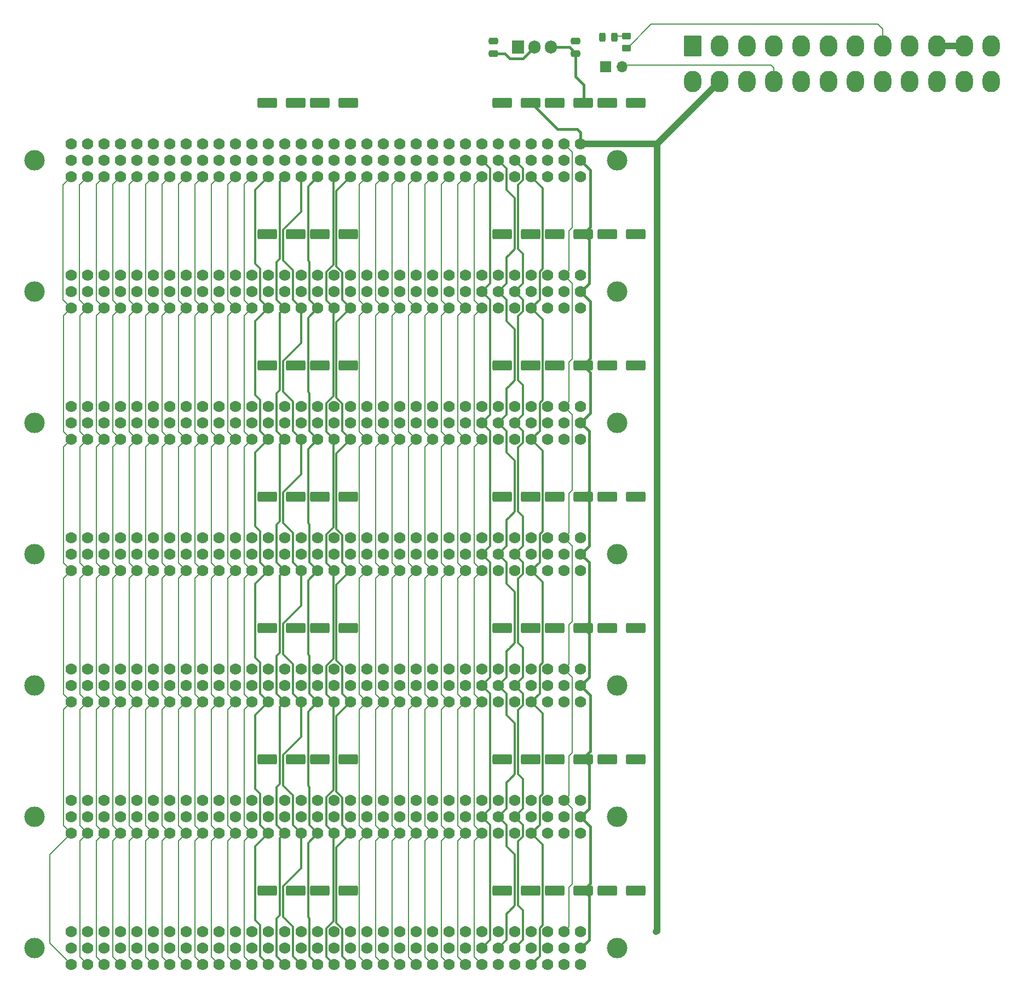
<source format=gbr>
%TF.GenerationSoftware,KiCad,Pcbnew,(6.0.7)*%
%TF.CreationDate,2023-04-17T16:20:30-06:00*%
%TF.ProjectId,Malebolge,4d616c65-626f-46c6-9765-2e6b69636164,rev?*%
%TF.SameCoordinates,Original*%
%TF.FileFunction,Copper,L1,Top*%
%TF.FilePolarity,Positive*%
%FSLAX46Y46*%
G04 Gerber Fmt 4.6, Leading zero omitted, Abs format (unit mm)*
G04 Created by KiCad (PCBNEW (6.0.7)) date 2023-04-17 16:20:30*
%MOMM*%
%LPD*%
G01*
G04 APERTURE LIST*
G04 Aperture macros list*
%AMRoundRect*
0 Rectangle with rounded corners*
0 $1 Rounding radius*
0 $2 $3 $4 $5 $6 $7 $8 $9 X,Y pos of 4 corners*
0 Add a 4 corners polygon primitive as box body*
4,1,4,$2,$3,$4,$5,$6,$7,$8,$9,$2,$3,0*
0 Add four circle primitives for the rounded corners*
1,1,$1+$1,$2,$3*
1,1,$1+$1,$4,$5*
1,1,$1+$1,$6,$7*
1,1,$1+$1,$8,$9*
0 Add four rect primitives between the rounded corners*
20,1,$1+$1,$2,$3,$4,$5,0*
20,1,$1+$1,$4,$5,$6,$7,0*
20,1,$1+$1,$6,$7,$8,$9,0*
20,1,$1+$1,$8,$9,$2,$3,0*%
G04 Aperture macros list end*
%TA.AperFunction,ComponentPad*%
%ADD10R,1.905000X2.000000*%
%TD*%
%TA.AperFunction,ComponentPad*%
%ADD11O,1.905000X2.000000*%
%TD*%
%TA.AperFunction,SMDPad,CuDef*%
%ADD12RoundRect,0.250000X-0.450000X0.262500X-0.450000X-0.262500X0.450000X-0.262500X0.450000X0.262500X0*%
%TD*%
%TA.AperFunction,ComponentPad*%
%ADD13R,1.700000X1.700000*%
%TD*%
%TA.AperFunction,ComponentPad*%
%ADD14O,1.700000X1.700000*%
%TD*%
%TA.AperFunction,ComponentPad*%
%ADD15RoundRect,0.250001X-1.099999X-1.399999X1.099999X-1.399999X1.099999X1.399999X-1.099999X1.399999X0*%
%TD*%
%TA.AperFunction,ComponentPad*%
%ADD16O,2.700000X3.300000*%
%TD*%
%TA.AperFunction,SMDPad,CuDef*%
%ADD17RoundRect,0.243750X-0.243750X-0.456250X0.243750X-0.456250X0.243750X0.456250X-0.243750X0.456250X0*%
%TD*%
%TA.AperFunction,SMDPad,CuDef*%
%ADD18RoundRect,0.250000X-1.250000X-0.550000X1.250000X-0.550000X1.250000X0.550000X-1.250000X0.550000X0*%
%TD*%
%TA.AperFunction,SMDPad,CuDef*%
%ADD19RoundRect,0.250000X0.475000X-0.250000X0.475000X0.250000X-0.475000X0.250000X-0.475000X-0.250000X0*%
%TD*%
%TA.AperFunction,ComponentPad*%
%ADD20C,1.778000*%
%TD*%
%TA.AperFunction,ComponentPad*%
%ADD21C,3.175000*%
%TD*%
%TA.AperFunction,ViaPad*%
%ADD22C,0.800000*%
%TD*%
%TA.AperFunction,Conductor*%
%ADD23C,0.400000*%
%TD*%
%TA.AperFunction,Conductor*%
%ADD24C,0.300000*%
%TD*%
%TA.AperFunction,Conductor*%
%ADD25C,0.200000*%
%TD*%
%TA.AperFunction,Conductor*%
%ADD26C,1.000000*%
%TD*%
G04 APERTURE END LIST*
D10*
%TO.P,U1,1,GND*%
%TO.N,GND*%
X90678000Y-14224000D03*
D11*
%TO.P,U1,2,VI*%
%TO.N,+12V*%
X93218000Y-14224000D03*
%TO.P,U1,3,VO*%
%TO.N,-5V*%
X95758000Y-14224000D03*
%TD*%
D12*
%TO.P,R1,1*%
%TO.N,Net-(D1-Pad2)*%
X107442000Y-12549500D03*
%TO.P,R1,2*%
%TO.N,Net-(J1-Pad8)*%
X107442000Y-14374500D03*
%TD*%
D13*
%TO.P,J2,1,Pin_1*%
%TO.N,GND*%
X104160000Y-17247000D03*
D14*
%TO.P,J2,2,Pin_2*%
%TO.N,Net-(J1-Pad16)*%
X106700000Y-17247000D03*
%TD*%
D15*
%TO.P,J1,1,+3.3V*%
%TO.N,unconnected-(J1-Pad1)*%
X117616000Y-14022000D03*
D16*
%TO.P,J1,2,+3.3V*%
X121816000Y-14022000D03*
%TO.P,J1,3,GND*%
%TO.N,GND*%
X126016000Y-14022000D03*
%TO.P,J1,4,+5V*%
%TO.N,VCC*%
X130216000Y-14022000D03*
%TO.P,J1,5,GND*%
%TO.N,GND*%
X134416000Y-14022000D03*
%TO.P,J1,6,+5V*%
%TO.N,VCC*%
X138616000Y-14022000D03*
%TO.P,J1,7,GND*%
%TO.N,GND*%
X142816000Y-14022000D03*
%TO.P,J1,8,PWR_OK*%
%TO.N,Net-(J1-Pad8)*%
X147016000Y-14022000D03*
%TO.P,J1,9,+5VSB*%
%TO.N,/+5VSB*%
X151216000Y-14022000D03*
%TO.P,J1,10,+12V*%
%TO.N,+12V*%
X155416000Y-14022000D03*
%TO.P,J1,11,+12V*%
X159616000Y-14022000D03*
%TO.P,J1,12,+3.3V*%
%TO.N,unconnected-(J1-Pad1)*%
X163816000Y-14022000D03*
%TO.P,J1,13,+3.3V*%
X117616000Y-19522000D03*
%TO.P,J1,14,-12V*%
%TO.N,-12V*%
X121816000Y-19522000D03*
%TO.P,J1,15,GND*%
%TO.N,GND*%
X126016000Y-19522000D03*
%TO.P,J1,16,PS_ON#*%
%TO.N,Net-(J1-Pad16)*%
X130216000Y-19522000D03*
%TO.P,J1,17,GND*%
%TO.N,GND*%
X134416000Y-19522000D03*
%TO.P,J1,18,GND*%
X138616000Y-19522000D03*
%TO.P,J1,19,GND*%
X142816000Y-19522000D03*
%TO.P,J1,20,NC*%
%TO.N,unconnected-(J1-Pad20)*%
X147016000Y-19522000D03*
%TO.P,J1,21,+5V*%
%TO.N,VCC*%
X151216000Y-19522000D03*
%TO.P,J1,22,+5V*%
X155416000Y-19522000D03*
%TO.P,J1,23,+5V*%
X159616000Y-19522000D03*
%TO.P,J1,24,GND*%
%TO.N,GND*%
X163816000Y-19522000D03*
%TD*%
D17*
%TO.P,D1,1,K*%
%TO.N,GND*%
X103710500Y-12700000D03*
%TO.P,D1,2,A*%
%TO.N,Net-(D1-Pad2)*%
X105585500Y-12700000D03*
%TD*%
D18*
%TO.P,C38,1*%
%TO.N,+12V*%
X104480000Y-144780000D03*
%TO.P,C38,2*%
%TO.N,GND*%
X108880000Y-144780000D03*
%TD*%
%TO.P,C33,1*%
%TO.N,+12V*%
X104480000Y-124460000D03*
%TO.P,C33,2*%
%TO.N,GND*%
X108880000Y-124460000D03*
%TD*%
%TO.P,C28,1*%
%TO.N,+12V*%
X104480000Y-104140000D03*
%TO.P,C28,2*%
%TO.N,GND*%
X108880000Y-104140000D03*
%TD*%
%TO.P,C23,1*%
%TO.N,+12V*%
X104480000Y-83820000D03*
%TO.P,C23,2*%
%TO.N,GND*%
X108880000Y-83820000D03*
%TD*%
%TO.P,C18,1*%
%TO.N,+12V*%
X104480000Y-63500000D03*
%TO.P,C18,2*%
%TO.N,GND*%
X108880000Y-63500000D03*
%TD*%
%TO.P,C13,1*%
%TO.N,+12V*%
X104480000Y-43180000D03*
%TO.P,C13,2*%
%TO.N,GND*%
X108880000Y-43180000D03*
%TD*%
%TO.P,C8,1*%
%TO.N,+12V*%
X104480000Y-22860000D03*
%TO.P,C8,2*%
%TO.N,GND*%
X108880000Y-22860000D03*
%TD*%
%TO.P,C37,1*%
%TO.N,GND*%
X96352000Y-144780000D03*
%TO.P,C37,2*%
%TO.N,-5V*%
X100752000Y-144780000D03*
%TD*%
%TO.P,C32,1*%
%TO.N,GND*%
X96352000Y-124460000D03*
%TO.P,C32,2*%
%TO.N,-5V*%
X100752000Y-124460000D03*
%TD*%
%TO.P,C27,1*%
%TO.N,GND*%
X96352000Y-104140000D03*
%TO.P,C27,2*%
%TO.N,-5V*%
X100752000Y-104140000D03*
%TD*%
%TO.P,C22,1*%
%TO.N,GND*%
X96352000Y-83820000D03*
%TO.P,C22,2*%
%TO.N,-5V*%
X100752000Y-83820000D03*
%TD*%
%TO.P,C17,2*%
%TO.N,-5V*%
X100752000Y-63500000D03*
%TO.P,C17,1*%
%TO.N,GND*%
X96352000Y-63500000D03*
%TD*%
%TO.P,C12,1*%
%TO.N,GND*%
X96352000Y-43180000D03*
%TO.P,C12,2*%
%TO.N,-5V*%
X100752000Y-43180000D03*
%TD*%
%TO.P,C7,1*%
%TO.N,GND*%
X96352000Y-22860000D03*
%TO.P,C7,2*%
%TO.N,-5V*%
X100752000Y-22860000D03*
%TD*%
%TO.P,C36,1*%
%TO.N,GND*%
X88219278Y-144780000D03*
%TO.P,C36,2*%
%TO.N,-12V*%
X92619278Y-144780000D03*
%TD*%
%TO.P,C31,1*%
%TO.N,GND*%
X88219278Y-124460000D03*
%TO.P,C31,2*%
%TO.N,-12V*%
X92619278Y-124460000D03*
%TD*%
%TO.P,C26,1*%
%TO.N,GND*%
X88219278Y-104140000D03*
%TO.P,C26,2*%
%TO.N,-12V*%
X92619278Y-104140000D03*
%TD*%
%TO.P,C21,1*%
%TO.N,GND*%
X88219278Y-83820000D03*
%TO.P,C21,2*%
%TO.N,-12V*%
X92619278Y-83820000D03*
%TD*%
%TO.P,C16,1*%
%TO.N,GND*%
X88219278Y-63500000D03*
%TO.P,C16,2*%
%TO.N,-12V*%
X92619278Y-63500000D03*
%TD*%
%TO.P,C11,1*%
%TO.N,GND*%
X88219278Y-43180000D03*
%TO.P,C11,2*%
%TO.N,-12V*%
X92619278Y-43180000D03*
%TD*%
%TO.P,C5,1*%
%TO.N,GND*%
X88219278Y-22860000D03*
%TO.P,C5,2*%
%TO.N,-12V*%
X92619278Y-22860000D03*
%TD*%
%TO.P,C35,1*%
%TO.N,VCC*%
X60030000Y-144780000D03*
%TO.P,C35,2*%
%TO.N,GND*%
X64430000Y-144780000D03*
%TD*%
%TO.P,C30,1*%
%TO.N,VCC*%
X60030000Y-124460000D03*
%TO.P,C30,2*%
%TO.N,GND*%
X64430000Y-124460000D03*
%TD*%
%TO.P,C25,1*%
%TO.N,VCC*%
X60030000Y-104140000D03*
%TO.P,C25,2*%
%TO.N,GND*%
X64430000Y-104140000D03*
%TD*%
%TO.P,C20,1*%
%TO.N,VCC*%
X60030000Y-83820000D03*
%TO.P,C20,2*%
%TO.N,GND*%
X64430000Y-83820000D03*
%TD*%
%TO.P,C15,1*%
%TO.N,VCC*%
X60030000Y-63500000D03*
%TO.P,C15,2*%
%TO.N,GND*%
X64430000Y-63500000D03*
%TD*%
%TO.P,C10,1*%
%TO.N,VCC*%
X60030000Y-43180000D03*
%TO.P,C10,2*%
%TO.N,GND*%
X64430000Y-43180000D03*
%TD*%
%TO.P,C4,1*%
%TO.N,VCC*%
X60030000Y-22860000D03*
%TO.P,C4,2*%
%TO.N,GND*%
X64430000Y-22860000D03*
%TD*%
%TO.P,C34,2*%
%TO.N,GND*%
X56302000Y-144780000D03*
%TO.P,C34,1*%
%TO.N,VCC*%
X51902000Y-144780000D03*
%TD*%
%TO.P,C29,1*%
%TO.N,VCC*%
X51902000Y-124460000D03*
%TO.P,C29,2*%
%TO.N,GND*%
X56302000Y-124460000D03*
%TD*%
%TO.P,C24,1*%
%TO.N,VCC*%
X51902000Y-104140000D03*
%TO.P,C24,2*%
%TO.N,GND*%
X56302000Y-104140000D03*
%TD*%
%TO.P,C19,1*%
%TO.N,VCC*%
X51902000Y-83820000D03*
%TO.P,C19,2*%
%TO.N,GND*%
X56302000Y-83820000D03*
%TD*%
%TO.P,C14,1*%
%TO.N,VCC*%
X51902000Y-63500000D03*
%TO.P,C14,2*%
%TO.N,GND*%
X56302000Y-63500000D03*
%TD*%
%TO.P,C9,1*%
%TO.N,VCC*%
X51902000Y-43180000D03*
%TO.P,C9,2*%
%TO.N,GND*%
X56302000Y-43180000D03*
%TD*%
%TO.P,C3,1*%
%TO.N,VCC*%
X51902000Y-22860000D03*
%TO.P,C3,2*%
%TO.N,GND*%
X56302000Y-22860000D03*
%TD*%
D19*
%TO.P,C2,1*%
%TO.N,-5V*%
X99568000Y-15179000D03*
%TO.P,C2,2*%
%TO.N,GND*%
X99568000Y-13279000D03*
%TD*%
%TO.P,C1,1*%
%TO.N,+12V*%
X86868000Y-15179000D03*
%TO.P,C1,2*%
%TO.N,GND*%
X86868000Y-13279000D03*
%TD*%
D20*
%TO.P,BUS7,A1,A1*%
%TO.N,-12V*%
X100330000Y-151130000D03*
%TO.P,BUS7,A2,A2*%
%TO.N,/~{CS1}*%
X97790000Y-151130000D03*
%TO.P,BUS7,A3,A3*%
%TO.N,GND*%
X95250000Y-151130000D03*
%TO.P,BUS7,A4,A4*%
%TO.N,/DB15*%
X92710000Y-151130000D03*
%TO.P,BUS7,A5,A5*%
%TO.N,/DB14*%
X90170000Y-151130000D03*
%TO.P,BUS7,A6,A6*%
%TO.N,/DB13*%
X87630000Y-151130000D03*
%TO.P,BUS7,A7,A7*%
%TO.N,/DB12*%
X85090000Y-151130000D03*
%TO.P,BUS7,A8,A8*%
%TO.N,/DB11*%
X82550000Y-151130000D03*
%TO.P,BUS7,A9,A9*%
%TO.N,/DB10*%
X80010000Y-151130000D03*
%TO.P,BUS7,A10,A10*%
%TO.N,/DB9*%
X77470000Y-151130000D03*
%TO.P,BUS7,A11,A11*%
%TO.N,/DB8*%
X74930000Y-151130000D03*
%TO.P,BUS7,A12,A12*%
%TO.N,/DB7*%
X72390000Y-151130000D03*
%TO.P,BUS7,A13,A13*%
%TO.N,/DB6*%
X69850000Y-151130000D03*
%TO.P,BUS7,A14,A14*%
%TO.N,/DB5*%
X67310000Y-151130000D03*
%TO.P,BUS7,A15,A15*%
%TO.N,/DB4*%
X64770000Y-151130000D03*
%TO.P,BUS7,A16,A16*%
%TO.N,/DB3*%
X62230000Y-151130000D03*
%TO.P,BUS7,A17,A17*%
%TO.N,/DB2*%
X59690000Y-151130000D03*
%TO.P,BUS7,A18,A18*%
%TO.N,/DB1*%
X57150000Y-151130000D03*
%TO.P,BUS7,A19,A19*%
%TO.N,/DB0*%
X54610000Y-151130000D03*
%TO.P,BUS7,A20,A20*%
%TO.N,VCC*%
X52070000Y-151130000D03*
%TO.P,BUS7,A21,A21*%
%TO.N,/~{RESET}*%
X49530000Y-151130000D03*
%TO.P,BUS7,A22,A22*%
%TO.N,unconnected-(BUS7-PadA22)*%
X46990000Y-151130000D03*
%TO.P,BUS7,A23,A23*%
%TO.N,/B~{AS}*%
X44450000Y-151130000D03*
%TO.P,BUS7,A24,A24*%
%TO.N,/B~{UDS}*%
X41910000Y-151130000D03*
%TO.P,BUS7,A25,A25*%
%TO.N,/B~{LDS}*%
X39370000Y-151130000D03*
%TO.P,BUS7,A26,A26*%
%TO.N,/BR{slash}~{W}*%
X36830000Y-151130000D03*
%TO.P,BUS7,A27,A27*%
%TO.N,/~{DTACK}*%
X34290000Y-151130000D03*
%TO.P,BUS7,A28,A28*%
%TO.N,/~{BG}*%
X31750000Y-151130000D03*
%TO.P,BUS7,A29,A29*%
%TO.N,/~{BGACK}*%
X29210000Y-151130000D03*
%TO.P,BUS7,A30,A30*%
%TO.N,/~{BR}*%
X26670000Y-151130000D03*
%TO.P,BUS7,A31,A31*%
%TO.N,unconnected-(BUS7-PadA31)*%
X24130000Y-151130000D03*
%TO.P,BUS7,A32,A32*%
%TO.N,/B~{AVEC}*%
X21590000Y-151130000D03*
%TO.P,BUS7,B1,B1*%
%TO.N,-5V*%
X100330000Y-153670000D03*
%TO.P,BUS7,B2,B2*%
%TO.N,+12V*%
X97790000Y-153670000D03*
%TO.P,BUS7,B3,B3*%
%TO.N,-12V*%
X95250000Y-153670000D03*
%TO.P,BUS7,B4,B4*%
%TO.N,GND*%
X92710000Y-153670000D03*
%TO.P,BUS7,B5,B5*%
%TO.N,/~{DACK}*%
X90170000Y-153670000D03*
%TO.P,BUS7,B6,B6*%
%TO.N,/~{DONE}*%
X87630000Y-153670000D03*
%TO.P,BUS7,B7,B7*%
%TO.N,/~{WDOG}*%
X85090000Y-153670000D03*
%TO.P,BUS7,B8,B8*%
%TO.N,/~{TOUT2}*%
X82550000Y-153670000D03*
%TO.P,BUS7,B9,B9*%
%TO.N,/TIN2*%
X80010000Y-153670000D03*
%TO.P,BUS7,B10,B10*%
%TO.N,/~{TOUT1}*%
X77470000Y-153670000D03*
%TO.P,BUS7,B11,B11*%
%TO.N,/TIN1*%
X74930000Y-153670000D03*
%TO.P,BUS7,B12,B12*%
%TO.N,/~{BERR}*%
X72390000Y-153670000D03*
%TO.P,BUS7,B13,B13*%
%TO.N,/~{IPL2}*%
X69850000Y-153670000D03*
%TO.P,BUS7,B14,B14*%
%TO.N,/~{IPL1}*%
X67310000Y-153670000D03*
%TO.P,BUS7,B15,B15*%
%TO.N,/~{IPL0}*%
X64770000Y-153670000D03*
%TO.P,BUS7,B16,B16*%
%TO.N,VCC*%
X62230000Y-153670000D03*
%TO.P,BUS7,B17,B17*%
X59690000Y-153670000D03*
%TO.P,BUS7,B18,B18*%
X57150000Y-153670000D03*
%TO.P,BUS7,B19,B19*%
X54610000Y-153670000D03*
%TO.P,BUS7,B20,B20*%
X52070000Y-153670000D03*
%TO.P,BUS7,B21,B21*%
%TO.N,/~{HALT}*%
X49530000Y-153670000D03*
%TO.P,BUS7,B22,B22*%
%TO.N,/~{CS2}*%
X46990000Y-153670000D03*
%TO.P,BUS7,B23,B23*%
%TO.N,/~{CS3}*%
X44450000Y-153670000D03*
%TO.P,BUS7,B24,B24*%
%TO.N,GND*%
X41910000Y-153670000D03*
%TO.P,BUS7,B25,B25*%
X39370000Y-153670000D03*
%TO.P,BUS7,B26,B26*%
X36830000Y-153670000D03*
%TO.P,BUS7,B27,B27*%
X34290000Y-153670000D03*
%TO.P,BUS7,B28,B28*%
X31750000Y-153670000D03*
%TO.P,BUS7,B29,B29*%
X29210000Y-153670000D03*
%TO.P,BUS7,B30,B30*%
X26670000Y-153670000D03*
%TO.P,BUS7,B31,B31*%
X24130000Y-153670000D03*
%TO.P,BUS7,B32,B32*%
X21590000Y-153670000D03*
%TO.P,BUS7,C1,C1*%
%TO.N,+12V*%
X100330000Y-156210000D03*
%TO.P,BUS7,C2,C2*%
X97790000Y-156210000D03*
%TO.P,BUS7,C3,C3*%
%TO.N,GND*%
X95250000Y-156210000D03*
%TO.P,BUS7,C4,C4*%
%TO.N,/CLKO*%
X92710000Y-156210000D03*
%TO.P,BUS7,C5,C5*%
X90170000Y-156210000D03*
%TO.P,BUS7,C6,C6*%
%TO.N,unconnected-(BUS7-PadC6)*%
X87630000Y-156210000D03*
%TO.P,BUS7,C7,C7*%
%TO.N,/BA23*%
X85090000Y-156210000D03*
%TO.P,BUS7,C8,C8*%
%TO.N,/BA22*%
X82550000Y-156210000D03*
%TO.P,BUS7,C9,C9*%
%TO.N,/BA21*%
X80010000Y-156210000D03*
%TO.P,BUS7,C10,C10*%
%TO.N,/BA20*%
X77470000Y-156210000D03*
%TO.P,BUS7,C11,C11*%
%TO.N,/BA19*%
X74930000Y-156210000D03*
%TO.P,BUS7,C12,C12*%
%TO.N,/BA18*%
X72390000Y-156210000D03*
%TO.P,BUS7,C13,C13*%
%TO.N,/BA17*%
X69850000Y-156210000D03*
%TO.P,BUS7,C14,C14*%
%TO.N,/BA16*%
X67310000Y-156210000D03*
%TO.P,BUS7,C15,C15*%
%TO.N,/BA15*%
X64770000Y-156210000D03*
%TO.P,BUS7,C16,C16*%
%TO.N,/BA14*%
X62230000Y-156210000D03*
%TO.P,BUS7,C17,C17*%
%TO.N,/BA13*%
X59690000Y-156210000D03*
%TO.P,BUS7,C18,C18*%
%TO.N,/BA12*%
X57150000Y-156210000D03*
%TO.P,BUS7,C19,C19*%
%TO.N,/BA11*%
X54610000Y-156210000D03*
%TO.P,BUS7,C20,C20*%
%TO.N,/BA10*%
X52070000Y-156210000D03*
%TO.P,BUS7,C21,C21*%
%TO.N,/BA9*%
X49530000Y-156210000D03*
%TO.P,BUS7,C22,C22*%
%TO.N,/BA8*%
X46990000Y-156210000D03*
%TO.P,BUS7,C23,C23*%
%TO.N,/BA7*%
X44450000Y-156210000D03*
%TO.P,BUS7,C24,C24*%
%TO.N,/BA6*%
X41910000Y-156210000D03*
%TO.P,BUS7,C25,C25*%
%TO.N,/BA5*%
X39370000Y-156210000D03*
%TO.P,BUS7,C26,C26*%
%TO.N,/BA4*%
X36830000Y-156210000D03*
%TO.P,BUS7,C27,C27*%
%TO.N,/BA3*%
X34290000Y-156210000D03*
%TO.P,BUS7,C28,C28*%
%TO.N,/BA2*%
X31750000Y-156210000D03*
%TO.P,BUS7,C29,C29*%
%TO.N,/BA1*%
X29210000Y-156210000D03*
%TO.P,BUS7,C30,C30*%
%TO.N,/BFC0*%
X26670000Y-156210000D03*
%TO.P,BUS7,C31,C31*%
%TO.N,/BFC1*%
X24130000Y-156210000D03*
%TO.P,BUS7,C32,C32*%
%TO.N,/BFC2*%
X21590000Y-156210000D03*
D21*
%TO.P,BUS7,M,M*%
%TO.N,GND*%
X15913100Y-153670000D03*
X106006900Y-153670000D03*
%TD*%
D20*
%TO.P,BUS6,A1,A1*%
%TO.N,-12V*%
X100330000Y-130810000D03*
%TO.P,BUS6,A2,A2*%
%TO.N,/~{CS1}*%
X97790000Y-130810000D03*
%TO.P,BUS6,A3,A3*%
%TO.N,GND*%
X95250000Y-130810000D03*
%TO.P,BUS6,A4,A4*%
%TO.N,/DB15*%
X92710000Y-130810000D03*
%TO.P,BUS6,A5,A5*%
%TO.N,/DB14*%
X90170000Y-130810000D03*
%TO.P,BUS6,A6,A6*%
%TO.N,/DB13*%
X87630000Y-130810000D03*
%TO.P,BUS6,A7,A7*%
%TO.N,/DB12*%
X85090000Y-130810000D03*
%TO.P,BUS6,A8,A8*%
%TO.N,/DB11*%
X82550000Y-130810000D03*
%TO.P,BUS6,A9,A9*%
%TO.N,/DB10*%
X80010000Y-130810000D03*
%TO.P,BUS6,A10,A10*%
%TO.N,/DB9*%
X77470000Y-130810000D03*
%TO.P,BUS6,A11,A11*%
%TO.N,/DB8*%
X74930000Y-130810000D03*
%TO.P,BUS6,A12,A12*%
%TO.N,/DB7*%
X72390000Y-130810000D03*
%TO.P,BUS6,A13,A13*%
%TO.N,/DB6*%
X69850000Y-130810000D03*
%TO.P,BUS6,A14,A14*%
%TO.N,/DB5*%
X67310000Y-130810000D03*
%TO.P,BUS6,A15,A15*%
%TO.N,/DB4*%
X64770000Y-130810000D03*
%TO.P,BUS6,A16,A16*%
%TO.N,/DB3*%
X62230000Y-130810000D03*
%TO.P,BUS6,A17,A17*%
%TO.N,/DB2*%
X59690000Y-130810000D03*
%TO.P,BUS6,A18,A18*%
%TO.N,/DB1*%
X57150000Y-130810000D03*
%TO.P,BUS6,A19,A19*%
%TO.N,/DB0*%
X54610000Y-130810000D03*
%TO.P,BUS6,A20,A20*%
%TO.N,VCC*%
X52070000Y-130810000D03*
%TO.P,BUS6,A21,A21*%
%TO.N,/~{RESET}*%
X49530000Y-130810000D03*
%TO.P,BUS6,A22,A22*%
%TO.N,unconnected-(BUS6-PadA22)*%
X46990000Y-130810000D03*
%TO.P,BUS6,A23,A23*%
%TO.N,/B~{AS}*%
X44450000Y-130810000D03*
%TO.P,BUS6,A24,A24*%
%TO.N,/B~{UDS}*%
X41910000Y-130810000D03*
%TO.P,BUS6,A25,A25*%
%TO.N,/B~{LDS}*%
X39370000Y-130810000D03*
%TO.P,BUS6,A26,A26*%
%TO.N,/BR{slash}~{W}*%
X36830000Y-130810000D03*
%TO.P,BUS6,A27,A27*%
%TO.N,/~{DTACK}*%
X34290000Y-130810000D03*
%TO.P,BUS6,A28,A28*%
%TO.N,/~{BG}*%
X31750000Y-130810000D03*
%TO.P,BUS6,A29,A29*%
%TO.N,/~{BGACK}*%
X29210000Y-130810000D03*
%TO.P,BUS6,A30,A30*%
%TO.N,/~{BR}*%
X26670000Y-130810000D03*
%TO.P,BUS6,A31,A31*%
%TO.N,unconnected-(BUS6-PadA31)*%
X24130000Y-130810000D03*
%TO.P,BUS6,A32,A32*%
%TO.N,/B~{AVEC}*%
X21590000Y-130810000D03*
%TO.P,BUS6,B1,B1*%
%TO.N,-5V*%
X100330000Y-133350000D03*
%TO.P,BUS6,B2,B2*%
%TO.N,+12V*%
X97790000Y-133350000D03*
%TO.P,BUS6,B3,B3*%
%TO.N,-12V*%
X95250000Y-133350000D03*
%TO.P,BUS6,B4,B4*%
%TO.N,GND*%
X92710000Y-133350000D03*
%TO.P,BUS6,B5,B5*%
%TO.N,/~{DACK}*%
X90170000Y-133350000D03*
%TO.P,BUS6,B6,B6*%
%TO.N,/~{DONE}*%
X87630000Y-133350000D03*
%TO.P,BUS6,B7,B7*%
%TO.N,/~{WDOG}*%
X85090000Y-133350000D03*
%TO.P,BUS6,B8,B8*%
%TO.N,/~{TOUT2}*%
X82550000Y-133350000D03*
%TO.P,BUS6,B9,B9*%
%TO.N,/TIN2*%
X80010000Y-133350000D03*
%TO.P,BUS6,B10,B10*%
%TO.N,/~{TOUT1}*%
X77470000Y-133350000D03*
%TO.P,BUS6,B11,B11*%
%TO.N,/TIN1*%
X74930000Y-133350000D03*
%TO.P,BUS6,B12,B12*%
%TO.N,/~{BERR}*%
X72390000Y-133350000D03*
%TO.P,BUS6,B13,B13*%
%TO.N,/~{IPL2}*%
X69850000Y-133350000D03*
%TO.P,BUS6,B14,B14*%
%TO.N,/~{IPL1}*%
X67310000Y-133350000D03*
%TO.P,BUS6,B15,B15*%
%TO.N,/~{IPL0}*%
X64770000Y-133350000D03*
%TO.P,BUS6,B16,B16*%
%TO.N,VCC*%
X62230000Y-133350000D03*
%TO.P,BUS6,B17,B17*%
X59690000Y-133350000D03*
%TO.P,BUS6,B18,B18*%
X57150000Y-133350000D03*
%TO.P,BUS6,B19,B19*%
X54610000Y-133350000D03*
%TO.P,BUS6,B20,B20*%
X52070000Y-133350000D03*
%TO.P,BUS6,B21,B21*%
%TO.N,/~{HALT}*%
X49530000Y-133350000D03*
%TO.P,BUS6,B22,B22*%
%TO.N,/~{CS2}*%
X46990000Y-133350000D03*
%TO.P,BUS6,B23,B23*%
%TO.N,/~{CS3}*%
X44450000Y-133350000D03*
%TO.P,BUS6,B24,B24*%
%TO.N,GND*%
X41910000Y-133350000D03*
%TO.P,BUS6,B25,B25*%
X39370000Y-133350000D03*
%TO.P,BUS6,B26,B26*%
X36830000Y-133350000D03*
%TO.P,BUS6,B27,B27*%
X34290000Y-133350000D03*
%TO.P,BUS6,B28,B28*%
X31750000Y-133350000D03*
%TO.P,BUS6,B29,B29*%
X29210000Y-133350000D03*
%TO.P,BUS6,B30,B30*%
X26670000Y-133350000D03*
%TO.P,BUS6,B31,B31*%
X24130000Y-133350000D03*
%TO.P,BUS6,B32,B32*%
X21590000Y-133350000D03*
%TO.P,BUS6,C1,C1*%
%TO.N,+12V*%
X100330000Y-135890000D03*
%TO.P,BUS6,C2,C2*%
X97790000Y-135890000D03*
%TO.P,BUS6,C3,C3*%
%TO.N,GND*%
X95250000Y-135890000D03*
%TO.P,BUS6,C4,C4*%
%TO.N,/CLKO*%
X92710000Y-135890000D03*
%TO.P,BUS6,C5,C5*%
X90170000Y-135890000D03*
%TO.P,BUS6,C6,C6*%
%TO.N,unconnected-(BUS6-PadC6)*%
X87630000Y-135890000D03*
%TO.P,BUS6,C7,C7*%
%TO.N,/BA23*%
X85090000Y-135890000D03*
%TO.P,BUS6,C8,C8*%
%TO.N,/BA22*%
X82550000Y-135890000D03*
%TO.P,BUS6,C9,C9*%
%TO.N,/BA21*%
X80010000Y-135890000D03*
%TO.P,BUS6,C10,C10*%
%TO.N,/BA20*%
X77470000Y-135890000D03*
%TO.P,BUS6,C11,C11*%
%TO.N,/BA19*%
X74930000Y-135890000D03*
%TO.P,BUS6,C12,C12*%
%TO.N,/BA18*%
X72390000Y-135890000D03*
%TO.P,BUS6,C13,C13*%
%TO.N,/BA17*%
X69850000Y-135890000D03*
%TO.P,BUS6,C14,C14*%
%TO.N,/BA16*%
X67310000Y-135890000D03*
%TO.P,BUS6,C15,C15*%
%TO.N,/BA15*%
X64770000Y-135890000D03*
%TO.P,BUS6,C16,C16*%
%TO.N,/BA14*%
X62230000Y-135890000D03*
%TO.P,BUS6,C17,C17*%
%TO.N,/BA13*%
X59690000Y-135890000D03*
%TO.P,BUS6,C18,C18*%
%TO.N,/BA12*%
X57150000Y-135890000D03*
%TO.P,BUS6,C19,C19*%
%TO.N,/BA11*%
X54610000Y-135890000D03*
%TO.P,BUS6,C20,C20*%
%TO.N,/BA10*%
X52070000Y-135890000D03*
%TO.P,BUS6,C21,C21*%
%TO.N,/BA9*%
X49530000Y-135890000D03*
%TO.P,BUS6,C22,C22*%
%TO.N,/BA8*%
X46990000Y-135890000D03*
%TO.P,BUS6,C23,C23*%
%TO.N,/BA7*%
X44450000Y-135890000D03*
%TO.P,BUS6,C24,C24*%
%TO.N,/BA6*%
X41910000Y-135890000D03*
%TO.P,BUS6,C25,C25*%
%TO.N,/BA5*%
X39370000Y-135890000D03*
%TO.P,BUS6,C26,C26*%
%TO.N,/BA4*%
X36830000Y-135890000D03*
%TO.P,BUS6,C27,C27*%
%TO.N,/BA3*%
X34290000Y-135890000D03*
%TO.P,BUS6,C28,C28*%
%TO.N,/BA2*%
X31750000Y-135890000D03*
%TO.P,BUS6,C29,C29*%
%TO.N,/BA1*%
X29210000Y-135890000D03*
%TO.P,BUS6,C30,C30*%
%TO.N,/BFC0*%
X26670000Y-135890000D03*
%TO.P,BUS6,C31,C31*%
%TO.N,/BFC1*%
X24130000Y-135890000D03*
%TO.P,BUS6,C32,C32*%
%TO.N,/BFC2*%
X21590000Y-135890000D03*
D21*
%TO.P,BUS6,M,M*%
%TO.N,GND*%
X15913100Y-133350000D03*
X106006900Y-133350000D03*
%TD*%
D20*
%TO.P,BUS5,A1,A1*%
%TO.N,-12V*%
X100330000Y-110490000D03*
%TO.P,BUS5,A2,A2*%
%TO.N,/~{CS1}*%
X97790000Y-110490000D03*
%TO.P,BUS5,A3,A3*%
%TO.N,GND*%
X95250000Y-110490000D03*
%TO.P,BUS5,A4,A4*%
%TO.N,/DB15*%
X92710000Y-110490000D03*
%TO.P,BUS5,A5,A5*%
%TO.N,/DB14*%
X90170000Y-110490000D03*
%TO.P,BUS5,A6,A6*%
%TO.N,/DB13*%
X87630000Y-110490000D03*
%TO.P,BUS5,A7,A7*%
%TO.N,/DB12*%
X85090000Y-110490000D03*
%TO.P,BUS5,A8,A8*%
%TO.N,/DB11*%
X82550000Y-110490000D03*
%TO.P,BUS5,A9,A9*%
%TO.N,/DB10*%
X80010000Y-110490000D03*
%TO.P,BUS5,A10,A10*%
%TO.N,/DB9*%
X77470000Y-110490000D03*
%TO.P,BUS5,A11,A11*%
%TO.N,/DB8*%
X74930000Y-110490000D03*
%TO.P,BUS5,A12,A12*%
%TO.N,/DB7*%
X72390000Y-110490000D03*
%TO.P,BUS5,A13,A13*%
%TO.N,/DB6*%
X69850000Y-110490000D03*
%TO.P,BUS5,A14,A14*%
%TO.N,/DB5*%
X67310000Y-110490000D03*
%TO.P,BUS5,A15,A15*%
%TO.N,/DB4*%
X64770000Y-110490000D03*
%TO.P,BUS5,A16,A16*%
%TO.N,/DB3*%
X62230000Y-110490000D03*
%TO.P,BUS5,A17,A17*%
%TO.N,/DB2*%
X59690000Y-110490000D03*
%TO.P,BUS5,A18,A18*%
%TO.N,/DB1*%
X57150000Y-110490000D03*
%TO.P,BUS5,A19,A19*%
%TO.N,/DB0*%
X54610000Y-110490000D03*
%TO.P,BUS5,A20,A20*%
%TO.N,VCC*%
X52070000Y-110490000D03*
%TO.P,BUS5,A21,A21*%
%TO.N,/~{RESET}*%
X49530000Y-110490000D03*
%TO.P,BUS5,A22,A22*%
%TO.N,unconnected-(BUS5-PadA22)*%
X46990000Y-110490000D03*
%TO.P,BUS5,A23,A23*%
%TO.N,/B~{AS}*%
X44450000Y-110490000D03*
%TO.P,BUS5,A24,A24*%
%TO.N,/B~{UDS}*%
X41910000Y-110490000D03*
%TO.P,BUS5,A25,A25*%
%TO.N,/B~{LDS}*%
X39370000Y-110490000D03*
%TO.P,BUS5,A26,A26*%
%TO.N,/BR{slash}~{W}*%
X36830000Y-110490000D03*
%TO.P,BUS5,A27,A27*%
%TO.N,/~{DTACK}*%
X34290000Y-110490000D03*
%TO.P,BUS5,A28,A28*%
%TO.N,/~{BG}*%
X31750000Y-110490000D03*
%TO.P,BUS5,A29,A29*%
%TO.N,/~{BGACK}*%
X29210000Y-110490000D03*
%TO.P,BUS5,A30,A30*%
%TO.N,/~{BR}*%
X26670000Y-110490000D03*
%TO.P,BUS5,A31,A31*%
%TO.N,unconnected-(BUS5-PadA31)*%
X24130000Y-110490000D03*
%TO.P,BUS5,A32,A32*%
%TO.N,/B~{AVEC}*%
X21590000Y-110490000D03*
%TO.P,BUS5,B1,B1*%
%TO.N,-5V*%
X100330000Y-113030000D03*
%TO.P,BUS5,B2,B2*%
%TO.N,+12V*%
X97790000Y-113030000D03*
%TO.P,BUS5,B3,B3*%
%TO.N,-12V*%
X95250000Y-113030000D03*
%TO.P,BUS5,B4,B4*%
%TO.N,GND*%
X92710000Y-113030000D03*
%TO.P,BUS5,B5,B5*%
%TO.N,/~{DACK}*%
X90170000Y-113030000D03*
%TO.P,BUS5,B6,B6*%
%TO.N,/~{DONE}*%
X87630000Y-113030000D03*
%TO.P,BUS5,B7,B7*%
%TO.N,/~{WDOG}*%
X85090000Y-113030000D03*
%TO.P,BUS5,B8,B8*%
%TO.N,/~{TOUT2}*%
X82550000Y-113030000D03*
%TO.P,BUS5,B9,B9*%
%TO.N,/TIN2*%
X80010000Y-113030000D03*
%TO.P,BUS5,B10,B10*%
%TO.N,/~{TOUT1}*%
X77470000Y-113030000D03*
%TO.P,BUS5,B11,B11*%
%TO.N,/TIN1*%
X74930000Y-113030000D03*
%TO.P,BUS5,B12,B12*%
%TO.N,/~{BERR}*%
X72390000Y-113030000D03*
%TO.P,BUS5,B13,B13*%
%TO.N,/~{IPL2}*%
X69850000Y-113030000D03*
%TO.P,BUS5,B14,B14*%
%TO.N,/~{IPL1}*%
X67310000Y-113030000D03*
%TO.P,BUS5,B15,B15*%
%TO.N,/~{IPL0}*%
X64770000Y-113030000D03*
%TO.P,BUS5,B16,B16*%
%TO.N,VCC*%
X62230000Y-113030000D03*
%TO.P,BUS5,B17,B17*%
X59690000Y-113030000D03*
%TO.P,BUS5,B18,B18*%
X57150000Y-113030000D03*
%TO.P,BUS5,B19,B19*%
X54610000Y-113030000D03*
%TO.P,BUS5,B20,B20*%
X52070000Y-113030000D03*
%TO.P,BUS5,B21,B21*%
%TO.N,/~{HALT}*%
X49530000Y-113030000D03*
%TO.P,BUS5,B22,B22*%
%TO.N,/~{CS2}*%
X46990000Y-113030000D03*
%TO.P,BUS5,B23,B23*%
%TO.N,/~{CS3}*%
X44450000Y-113030000D03*
%TO.P,BUS5,B24,B24*%
%TO.N,GND*%
X41910000Y-113030000D03*
%TO.P,BUS5,B25,B25*%
X39370000Y-113030000D03*
%TO.P,BUS5,B26,B26*%
X36830000Y-113030000D03*
%TO.P,BUS5,B27,B27*%
X34290000Y-113030000D03*
%TO.P,BUS5,B28,B28*%
X31750000Y-113030000D03*
%TO.P,BUS5,B29,B29*%
X29210000Y-113030000D03*
%TO.P,BUS5,B30,B30*%
X26670000Y-113030000D03*
%TO.P,BUS5,B31,B31*%
X24130000Y-113030000D03*
%TO.P,BUS5,B32,B32*%
X21590000Y-113030000D03*
%TO.P,BUS5,C1,C1*%
%TO.N,+12V*%
X100330000Y-115570000D03*
%TO.P,BUS5,C2,C2*%
X97790000Y-115570000D03*
%TO.P,BUS5,C3,C3*%
%TO.N,GND*%
X95250000Y-115570000D03*
%TO.P,BUS5,C4,C4*%
%TO.N,/CLKO*%
X92710000Y-115570000D03*
%TO.P,BUS5,C5,C5*%
X90170000Y-115570000D03*
%TO.P,BUS5,C6,C6*%
%TO.N,unconnected-(BUS5-PadC6)*%
X87630000Y-115570000D03*
%TO.P,BUS5,C7,C7*%
%TO.N,/BA23*%
X85090000Y-115570000D03*
%TO.P,BUS5,C8,C8*%
%TO.N,/BA22*%
X82550000Y-115570000D03*
%TO.P,BUS5,C9,C9*%
%TO.N,/BA21*%
X80010000Y-115570000D03*
%TO.P,BUS5,C10,C10*%
%TO.N,/BA20*%
X77470000Y-115570000D03*
%TO.P,BUS5,C11,C11*%
%TO.N,/BA19*%
X74930000Y-115570000D03*
%TO.P,BUS5,C12,C12*%
%TO.N,/BA18*%
X72390000Y-115570000D03*
%TO.P,BUS5,C13,C13*%
%TO.N,/BA17*%
X69850000Y-115570000D03*
%TO.P,BUS5,C14,C14*%
%TO.N,/BA16*%
X67310000Y-115570000D03*
%TO.P,BUS5,C15,C15*%
%TO.N,/BA15*%
X64770000Y-115570000D03*
%TO.P,BUS5,C16,C16*%
%TO.N,/BA14*%
X62230000Y-115570000D03*
%TO.P,BUS5,C17,C17*%
%TO.N,/BA13*%
X59690000Y-115570000D03*
%TO.P,BUS5,C18,C18*%
%TO.N,/BA12*%
X57150000Y-115570000D03*
%TO.P,BUS5,C19,C19*%
%TO.N,/BA11*%
X54610000Y-115570000D03*
%TO.P,BUS5,C20,C20*%
%TO.N,/BA10*%
X52070000Y-115570000D03*
%TO.P,BUS5,C21,C21*%
%TO.N,/BA9*%
X49530000Y-115570000D03*
%TO.P,BUS5,C22,C22*%
%TO.N,/BA8*%
X46990000Y-115570000D03*
%TO.P,BUS5,C23,C23*%
%TO.N,/BA7*%
X44450000Y-115570000D03*
%TO.P,BUS5,C24,C24*%
%TO.N,/BA6*%
X41910000Y-115570000D03*
%TO.P,BUS5,C25,C25*%
%TO.N,/BA5*%
X39370000Y-115570000D03*
%TO.P,BUS5,C26,C26*%
%TO.N,/BA4*%
X36830000Y-115570000D03*
%TO.P,BUS5,C27,C27*%
%TO.N,/BA3*%
X34290000Y-115570000D03*
%TO.P,BUS5,C28,C28*%
%TO.N,/BA2*%
X31750000Y-115570000D03*
%TO.P,BUS5,C29,C29*%
%TO.N,/BA1*%
X29210000Y-115570000D03*
%TO.P,BUS5,C30,C30*%
%TO.N,/BFC0*%
X26670000Y-115570000D03*
%TO.P,BUS5,C31,C31*%
%TO.N,/BFC1*%
X24130000Y-115570000D03*
%TO.P,BUS5,C32,C32*%
%TO.N,/BFC2*%
X21590000Y-115570000D03*
D21*
%TO.P,BUS5,M,M*%
%TO.N,GND*%
X15913100Y-113030000D03*
X106006900Y-113030000D03*
%TD*%
D20*
%TO.P,BUS4,A1,A1*%
%TO.N,-12V*%
X100330000Y-90170000D03*
%TO.P,BUS4,A2,A2*%
%TO.N,/~{CS1}*%
X97790000Y-90170000D03*
%TO.P,BUS4,A3,A3*%
%TO.N,GND*%
X95250000Y-90170000D03*
%TO.P,BUS4,A4,A4*%
%TO.N,/DB15*%
X92710000Y-90170000D03*
%TO.P,BUS4,A5,A5*%
%TO.N,/DB14*%
X90170000Y-90170000D03*
%TO.P,BUS4,A6,A6*%
%TO.N,/DB13*%
X87630000Y-90170000D03*
%TO.P,BUS4,A7,A7*%
%TO.N,/DB12*%
X85090000Y-90170000D03*
%TO.P,BUS4,A8,A8*%
%TO.N,/DB11*%
X82550000Y-90170000D03*
%TO.P,BUS4,A9,A9*%
%TO.N,/DB10*%
X80010000Y-90170000D03*
%TO.P,BUS4,A10,A10*%
%TO.N,/DB9*%
X77470000Y-90170000D03*
%TO.P,BUS4,A11,A11*%
%TO.N,/DB8*%
X74930000Y-90170000D03*
%TO.P,BUS4,A12,A12*%
%TO.N,/DB7*%
X72390000Y-90170000D03*
%TO.P,BUS4,A13,A13*%
%TO.N,/DB6*%
X69850000Y-90170000D03*
%TO.P,BUS4,A14,A14*%
%TO.N,/DB5*%
X67310000Y-90170000D03*
%TO.P,BUS4,A15,A15*%
%TO.N,/DB4*%
X64770000Y-90170000D03*
%TO.P,BUS4,A16,A16*%
%TO.N,/DB3*%
X62230000Y-90170000D03*
%TO.P,BUS4,A17,A17*%
%TO.N,/DB2*%
X59690000Y-90170000D03*
%TO.P,BUS4,A18,A18*%
%TO.N,/DB1*%
X57150000Y-90170000D03*
%TO.P,BUS4,A19,A19*%
%TO.N,/DB0*%
X54610000Y-90170000D03*
%TO.P,BUS4,A20,A20*%
%TO.N,VCC*%
X52070000Y-90170000D03*
%TO.P,BUS4,A21,A21*%
%TO.N,/~{RESET}*%
X49530000Y-90170000D03*
%TO.P,BUS4,A22,A22*%
%TO.N,unconnected-(BUS4-PadA22)*%
X46990000Y-90170000D03*
%TO.P,BUS4,A23,A23*%
%TO.N,/B~{AS}*%
X44450000Y-90170000D03*
%TO.P,BUS4,A24,A24*%
%TO.N,/B~{UDS}*%
X41910000Y-90170000D03*
%TO.P,BUS4,A25,A25*%
%TO.N,/B~{LDS}*%
X39370000Y-90170000D03*
%TO.P,BUS4,A26,A26*%
%TO.N,/BR{slash}~{W}*%
X36830000Y-90170000D03*
%TO.P,BUS4,A27,A27*%
%TO.N,/~{DTACK}*%
X34290000Y-90170000D03*
%TO.P,BUS4,A28,A28*%
%TO.N,/~{BG}*%
X31750000Y-90170000D03*
%TO.P,BUS4,A29,A29*%
%TO.N,/~{BGACK}*%
X29210000Y-90170000D03*
%TO.P,BUS4,A30,A30*%
%TO.N,/~{BR}*%
X26670000Y-90170000D03*
%TO.P,BUS4,A31,A31*%
%TO.N,unconnected-(BUS4-PadA31)*%
X24130000Y-90170000D03*
%TO.P,BUS4,A32,A32*%
%TO.N,/B~{AVEC}*%
X21590000Y-90170000D03*
%TO.P,BUS4,B1,B1*%
%TO.N,-5V*%
X100330000Y-92710000D03*
%TO.P,BUS4,B2,B2*%
%TO.N,+12V*%
X97790000Y-92710000D03*
%TO.P,BUS4,B3,B3*%
%TO.N,-12V*%
X95250000Y-92710000D03*
%TO.P,BUS4,B4,B4*%
%TO.N,GND*%
X92710000Y-92710000D03*
%TO.P,BUS4,B5,B5*%
%TO.N,/~{DACK}*%
X90170000Y-92710000D03*
%TO.P,BUS4,B6,B6*%
%TO.N,/~{DONE}*%
X87630000Y-92710000D03*
%TO.P,BUS4,B7,B7*%
%TO.N,/~{WDOG}*%
X85090000Y-92710000D03*
%TO.P,BUS4,B8,B8*%
%TO.N,/~{TOUT2}*%
X82550000Y-92710000D03*
%TO.P,BUS4,B9,B9*%
%TO.N,/TIN2*%
X80010000Y-92710000D03*
%TO.P,BUS4,B10,B10*%
%TO.N,/~{TOUT1}*%
X77470000Y-92710000D03*
%TO.P,BUS4,B11,B11*%
%TO.N,/TIN1*%
X74930000Y-92710000D03*
%TO.P,BUS4,B12,B12*%
%TO.N,/~{BERR}*%
X72390000Y-92710000D03*
%TO.P,BUS4,B13,B13*%
%TO.N,/~{IPL2}*%
X69850000Y-92710000D03*
%TO.P,BUS4,B14,B14*%
%TO.N,/~{IPL1}*%
X67310000Y-92710000D03*
%TO.P,BUS4,B15,B15*%
%TO.N,/~{IPL0}*%
X64770000Y-92710000D03*
%TO.P,BUS4,B16,B16*%
%TO.N,VCC*%
X62230000Y-92710000D03*
%TO.P,BUS4,B17,B17*%
X59690000Y-92710000D03*
%TO.P,BUS4,B18,B18*%
X57150000Y-92710000D03*
%TO.P,BUS4,B19,B19*%
X54610000Y-92710000D03*
%TO.P,BUS4,B20,B20*%
X52070000Y-92710000D03*
%TO.P,BUS4,B21,B21*%
%TO.N,/~{HALT}*%
X49530000Y-92710000D03*
%TO.P,BUS4,B22,B22*%
%TO.N,/~{CS2}*%
X46990000Y-92710000D03*
%TO.P,BUS4,B23,B23*%
%TO.N,/~{CS3}*%
X44450000Y-92710000D03*
%TO.P,BUS4,B24,B24*%
%TO.N,GND*%
X41910000Y-92710000D03*
%TO.P,BUS4,B25,B25*%
X39370000Y-92710000D03*
%TO.P,BUS4,B26,B26*%
X36830000Y-92710000D03*
%TO.P,BUS4,B27,B27*%
X34290000Y-92710000D03*
%TO.P,BUS4,B28,B28*%
X31750000Y-92710000D03*
%TO.P,BUS4,B29,B29*%
X29210000Y-92710000D03*
%TO.P,BUS4,B30,B30*%
X26670000Y-92710000D03*
%TO.P,BUS4,B31,B31*%
X24130000Y-92710000D03*
%TO.P,BUS4,B32,B32*%
X21590000Y-92710000D03*
%TO.P,BUS4,C1,C1*%
%TO.N,+12V*%
X100330000Y-95250000D03*
%TO.P,BUS4,C2,C2*%
X97790000Y-95250000D03*
%TO.P,BUS4,C3,C3*%
%TO.N,GND*%
X95250000Y-95250000D03*
%TO.P,BUS4,C4,C4*%
%TO.N,/CLKO*%
X92710000Y-95250000D03*
%TO.P,BUS4,C5,C5*%
X90170000Y-95250000D03*
%TO.P,BUS4,C6,C6*%
%TO.N,unconnected-(BUS4-PadC6)*%
X87630000Y-95250000D03*
%TO.P,BUS4,C7,C7*%
%TO.N,/BA23*%
X85090000Y-95250000D03*
%TO.P,BUS4,C8,C8*%
%TO.N,/BA22*%
X82550000Y-95250000D03*
%TO.P,BUS4,C9,C9*%
%TO.N,/BA21*%
X80010000Y-95250000D03*
%TO.P,BUS4,C10,C10*%
%TO.N,/BA20*%
X77470000Y-95250000D03*
%TO.P,BUS4,C11,C11*%
%TO.N,/BA19*%
X74930000Y-95250000D03*
%TO.P,BUS4,C12,C12*%
%TO.N,/BA18*%
X72390000Y-95250000D03*
%TO.P,BUS4,C13,C13*%
%TO.N,/BA17*%
X69850000Y-95250000D03*
%TO.P,BUS4,C14,C14*%
%TO.N,/BA16*%
X67310000Y-95250000D03*
%TO.P,BUS4,C15,C15*%
%TO.N,/BA15*%
X64770000Y-95250000D03*
%TO.P,BUS4,C16,C16*%
%TO.N,/BA14*%
X62230000Y-95250000D03*
%TO.P,BUS4,C17,C17*%
%TO.N,/BA13*%
X59690000Y-95250000D03*
%TO.P,BUS4,C18,C18*%
%TO.N,/BA12*%
X57150000Y-95250000D03*
%TO.P,BUS4,C19,C19*%
%TO.N,/BA11*%
X54610000Y-95250000D03*
%TO.P,BUS4,C20,C20*%
%TO.N,/BA10*%
X52070000Y-95250000D03*
%TO.P,BUS4,C21,C21*%
%TO.N,/BA9*%
X49530000Y-95250000D03*
%TO.P,BUS4,C22,C22*%
%TO.N,/BA8*%
X46990000Y-95250000D03*
%TO.P,BUS4,C23,C23*%
%TO.N,/BA7*%
X44450000Y-95250000D03*
%TO.P,BUS4,C24,C24*%
%TO.N,/BA6*%
X41910000Y-95250000D03*
%TO.P,BUS4,C25,C25*%
%TO.N,/BA5*%
X39370000Y-95250000D03*
%TO.P,BUS4,C26,C26*%
%TO.N,/BA4*%
X36830000Y-95250000D03*
%TO.P,BUS4,C27,C27*%
%TO.N,/BA3*%
X34290000Y-95250000D03*
%TO.P,BUS4,C28,C28*%
%TO.N,/BA2*%
X31750000Y-95250000D03*
%TO.P,BUS4,C29,C29*%
%TO.N,/BA1*%
X29210000Y-95250000D03*
%TO.P,BUS4,C30,C30*%
%TO.N,/BFC0*%
X26670000Y-95250000D03*
%TO.P,BUS4,C31,C31*%
%TO.N,/BFC1*%
X24130000Y-95250000D03*
%TO.P,BUS4,C32,C32*%
%TO.N,/BFC2*%
X21590000Y-95250000D03*
D21*
%TO.P,BUS4,M,M*%
%TO.N,GND*%
X15913100Y-92710000D03*
X106006900Y-92710000D03*
%TD*%
D20*
%TO.P,BUS3,A1,A1*%
%TO.N,-12V*%
X100330000Y-69850000D03*
%TO.P,BUS3,A2,A2*%
%TO.N,/~{CS1}*%
X97790000Y-69850000D03*
%TO.P,BUS3,A3,A3*%
%TO.N,GND*%
X95250000Y-69850000D03*
%TO.P,BUS3,A4,A4*%
%TO.N,/DB15*%
X92710000Y-69850000D03*
%TO.P,BUS3,A5,A5*%
%TO.N,/DB14*%
X90170000Y-69850000D03*
%TO.P,BUS3,A6,A6*%
%TO.N,/DB13*%
X87630000Y-69850000D03*
%TO.P,BUS3,A7,A7*%
%TO.N,/DB12*%
X85090000Y-69850000D03*
%TO.P,BUS3,A8,A8*%
%TO.N,/DB11*%
X82550000Y-69850000D03*
%TO.P,BUS3,A9,A9*%
%TO.N,/DB10*%
X80010000Y-69850000D03*
%TO.P,BUS3,A10,A10*%
%TO.N,/DB9*%
X77470000Y-69850000D03*
%TO.P,BUS3,A11,A11*%
%TO.N,/DB8*%
X74930000Y-69850000D03*
%TO.P,BUS3,A12,A12*%
%TO.N,/DB7*%
X72390000Y-69850000D03*
%TO.P,BUS3,A13,A13*%
%TO.N,/DB6*%
X69850000Y-69850000D03*
%TO.P,BUS3,A14,A14*%
%TO.N,/DB5*%
X67310000Y-69850000D03*
%TO.P,BUS3,A15,A15*%
%TO.N,/DB4*%
X64770000Y-69850000D03*
%TO.P,BUS3,A16,A16*%
%TO.N,/DB3*%
X62230000Y-69850000D03*
%TO.P,BUS3,A17,A17*%
%TO.N,/DB2*%
X59690000Y-69850000D03*
%TO.P,BUS3,A18,A18*%
%TO.N,/DB1*%
X57150000Y-69850000D03*
%TO.P,BUS3,A19,A19*%
%TO.N,/DB0*%
X54610000Y-69850000D03*
%TO.P,BUS3,A20,A20*%
%TO.N,VCC*%
X52070000Y-69850000D03*
%TO.P,BUS3,A21,A21*%
%TO.N,/~{RESET}*%
X49530000Y-69850000D03*
%TO.P,BUS3,A22,A22*%
%TO.N,unconnected-(BUS3-PadA22)*%
X46990000Y-69850000D03*
%TO.P,BUS3,A23,A23*%
%TO.N,/B~{AS}*%
X44450000Y-69850000D03*
%TO.P,BUS3,A24,A24*%
%TO.N,/B~{UDS}*%
X41910000Y-69850000D03*
%TO.P,BUS3,A25,A25*%
%TO.N,/B~{LDS}*%
X39370000Y-69850000D03*
%TO.P,BUS3,A26,A26*%
%TO.N,/BR{slash}~{W}*%
X36830000Y-69850000D03*
%TO.P,BUS3,A27,A27*%
%TO.N,/~{DTACK}*%
X34290000Y-69850000D03*
%TO.P,BUS3,A28,A28*%
%TO.N,/~{BG}*%
X31750000Y-69850000D03*
%TO.P,BUS3,A29,A29*%
%TO.N,/~{BGACK}*%
X29210000Y-69850000D03*
%TO.P,BUS3,A30,A30*%
%TO.N,/~{BR}*%
X26670000Y-69850000D03*
%TO.P,BUS3,A31,A31*%
%TO.N,unconnected-(BUS3-PadA31)*%
X24130000Y-69850000D03*
%TO.P,BUS3,A32,A32*%
%TO.N,/B~{AVEC}*%
X21590000Y-69850000D03*
%TO.P,BUS3,B1,B1*%
%TO.N,-5V*%
X100330000Y-72390000D03*
%TO.P,BUS3,B2,B2*%
%TO.N,+12V*%
X97790000Y-72390000D03*
%TO.P,BUS3,B3,B3*%
%TO.N,-12V*%
X95250000Y-72390000D03*
%TO.P,BUS3,B4,B4*%
%TO.N,GND*%
X92710000Y-72390000D03*
%TO.P,BUS3,B5,B5*%
%TO.N,/~{DACK}*%
X90170000Y-72390000D03*
%TO.P,BUS3,B6,B6*%
%TO.N,/~{DONE}*%
X87630000Y-72390000D03*
%TO.P,BUS3,B7,B7*%
%TO.N,/~{WDOG}*%
X85090000Y-72390000D03*
%TO.P,BUS3,B8,B8*%
%TO.N,/~{TOUT2}*%
X82550000Y-72390000D03*
%TO.P,BUS3,B9,B9*%
%TO.N,/TIN2*%
X80010000Y-72390000D03*
%TO.P,BUS3,B10,B10*%
%TO.N,/~{TOUT1}*%
X77470000Y-72390000D03*
%TO.P,BUS3,B11,B11*%
%TO.N,/TIN1*%
X74930000Y-72390000D03*
%TO.P,BUS3,B12,B12*%
%TO.N,/~{BERR}*%
X72390000Y-72390000D03*
%TO.P,BUS3,B13,B13*%
%TO.N,/~{IPL2}*%
X69850000Y-72390000D03*
%TO.P,BUS3,B14,B14*%
%TO.N,/~{IPL1}*%
X67310000Y-72390000D03*
%TO.P,BUS3,B15,B15*%
%TO.N,/~{IPL0}*%
X64770000Y-72390000D03*
%TO.P,BUS3,B16,B16*%
%TO.N,VCC*%
X62230000Y-72390000D03*
%TO.P,BUS3,B17,B17*%
X59690000Y-72390000D03*
%TO.P,BUS3,B18,B18*%
X57150000Y-72390000D03*
%TO.P,BUS3,B19,B19*%
X54610000Y-72390000D03*
%TO.P,BUS3,B20,B20*%
X52070000Y-72390000D03*
%TO.P,BUS3,B21,B21*%
%TO.N,/~{HALT}*%
X49530000Y-72390000D03*
%TO.P,BUS3,B22,B22*%
%TO.N,/~{CS2}*%
X46990000Y-72390000D03*
%TO.P,BUS3,B23,B23*%
%TO.N,/~{CS3}*%
X44450000Y-72390000D03*
%TO.P,BUS3,B24,B24*%
%TO.N,GND*%
X41910000Y-72390000D03*
%TO.P,BUS3,B25,B25*%
X39370000Y-72390000D03*
%TO.P,BUS3,B26,B26*%
X36830000Y-72390000D03*
%TO.P,BUS3,B27,B27*%
X34290000Y-72390000D03*
%TO.P,BUS3,B28,B28*%
X31750000Y-72390000D03*
%TO.P,BUS3,B29,B29*%
X29210000Y-72390000D03*
%TO.P,BUS3,B30,B30*%
X26670000Y-72390000D03*
%TO.P,BUS3,B31,B31*%
X24130000Y-72390000D03*
%TO.P,BUS3,B32,B32*%
X21590000Y-72390000D03*
%TO.P,BUS3,C1,C1*%
%TO.N,+12V*%
X100330000Y-74930000D03*
%TO.P,BUS3,C2,C2*%
X97790000Y-74930000D03*
%TO.P,BUS3,C3,C3*%
%TO.N,GND*%
X95250000Y-74930000D03*
%TO.P,BUS3,C4,C4*%
%TO.N,/CLKO*%
X92710000Y-74930000D03*
%TO.P,BUS3,C5,C5*%
X90170000Y-74930000D03*
%TO.P,BUS3,C6,C6*%
%TO.N,unconnected-(BUS3-PadC6)*%
X87630000Y-74930000D03*
%TO.P,BUS3,C7,C7*%
%TO.N,/BA23*%
X85090000Y-74930000D03*
%TO.P,BUS3,C8,C8*%
%TO.N,/BA22*%
X82550000Y-74930000D03*
%TO.P,BUS3,C9,C9*%
%TO.N,/BA21*%
X80010000Y-74930000D03*
%TO.P,BUS3,C10,C10*%
%TO.N,/BA20*%
X77470000Y-74930000D03*
%TO.P,BUS3,C11,C11*%
%TO.N,/BA19*%
X74930000Y-74930000D03*
%TO.P,BUS3,C12,C12*%
%TO.N,/BA18*%
X72390000Y-74930000D03*
%TO.P,BUS3,C13,C13*%
%TO.N,/BA17*%
X69850000Y-74930000D03*
%TO.P,BUS3,C14,C14*%
%TO.N,/BA16*%
X67310000Y-74930000D03*
%TO.P,BUS3,C15,C15*%
%TO.N,/BA15*%
X64770000Y-74930000D03*
%TO.P,BUS3,C16,C16*%
%TO.N,/BA14*%
X62230000Y-74930000D03*
%TO.P,BUS3,C17,C17*%
%TO.N,/BA13*%
X59690000Y-74930000D03*
%TO.P,BUS3,C18,C18*%
%TO.N,/BA12*%
X57150000Y-74930000D03*
%TO.P,BUS3,C19,C19*%
%TO.N,/BA11*%
X54610000Y-74930000D03*
%TO.P,BUS3,C20,C20*%
%TO.N,/BA10*%
X52070000Y-74930000D03*
%TO.P,BUS3,C21,C21*%
%TO.N,/BA9*%
X49530000Y-74930000D03*
%TO.P,BUS3,C22,C22*%
%TO.N,/BA8*%
X46990000Y-74930000D03*
%TO.P,BUS3,C23,C23*%
%TO.N,/BA7*%
X44450000Y-74930000D03*
%TO.P,BUS3,C24,C24*%
%TO.N,/BA6*%
X41910000Y-74930000D03*
%TO.P,BUS3,C25,C25*%
%TO.N,/BA5*%
X39370000Y-74930000D03*
%TO.P,BUS3,C26,C26*%
%TO.N,/BA4*%
X36830000Y-74930000D03*
%TO.P,BUS3,C27,C27*%
%TO.N,/BA3*%
X34290000Y-74930000D03*
%TO.P,BUS3,C28,C28*%
%TO.N,/BA2*%
X31750000Y-74930000D03*
%TO.P,BUS3,C29,C29*%
%TO.N,/BA1*%
X29210000Y-74930000D03*
%TO.P,BUS3,C30,C30*%
%TO.N,/BFC0*%
X26670000Y-74930000D03*
%TO.P,BUS3,C31,C31*%
%TO.N,/BFC1*%
X24130000Y-74930000D03*
%TO.P,BUS3,C32,C32*%
%TO.N,/BFC2*%
X21590000Y-74930000D03*
D21*
%TO.P,BUS3,M,M*%
%TO.N,GND*%
X15913100Y-72390000D03*
X106006900Y-72390000D03*
%TD*%
D20*
%TO.P,BUS2,A1,A1*%
%TO.N,-12V*%
X100330000Y-49530000D03*
%TO.P,BUS2,A2,A2*%
%TO.N,/~{CS1}*%
X97790000Y-49530000D03*
%TO.P,BUS2,A3,A3*%
%TO.N,GND*%
X95250000Y-49530000D03*
%TO.P,BUS2,A4,A4*%
%TO.N,/DB15*%
X92710000Y-49530000D03*
%TO.P,BUS2,A5,A5*%
%TO.N,/DB14*%
X90170000Y-49530000D03*
%TO.P,BUS2,A6,A6*%
%TO.N,/DB13*%
X87630000Y-49530000D03*
%TO.P,BUS2,A7,A7*%
%TO.N,/DB12*%
X85090000Y-49530000D03*
%TO.P,BUS2,A8,A8*%
%TO.N,/DB11*%
X82550000Y-49530000D03*
%TO.P,BUS2,A9,A9*%
%TO.N,/DB10*%
X80010000Y-49530000D03*
%TO.P,BUS2,A10,A10*%
%TO.N,/DB9*%
X77470000Y-49530000D03*
%TO.P,BUS2,A11,A11*%
%TO.N,/DB8*%
X74930000Y-49530000D03*
%TO.P,BUS2,A12,A12*%
%TO.N,/DB7*%
X72390000Y-49530000D03*
%TO.P,BUS2,A13,A13*%
%TO.N,/DB6*%
X69850000Y-49530000D03*
%TO.P,BUS2,A14,A14*%
%TO.N,/DB5*%
X67310000Y-49530000D03*
%TO.P,BUS2,A15,A15*%
%TO.N,/DB4*%
X64770000Y-49530000D03*
%TO.P,BUS2,A16,A16*%
%TO.N,/DB3*%
X62230000Y-49530000D03*
%TO.P,BUS2,A17,A17*%
%TO.N,/DB2*%
X59690000Y-49530000D03*
%TO.P,BUS2,A18,A18*%
%TO.N,/DB1*%
X57150000Y-49530000D03*
%TO.P,BUS2,A19,A19*%
%TO.N,/DB0*%
X54610000Y-49530000D03*
%TO.P,BUS2,A20,A20*%
%TO.N,VCC*%
X52070000Y-49530000D03*
%TO.P,BUS2,A21,A21*%
%TO.N,/~{RESET}*%
X49530000Y-49530000D03*
%TO.P,BUS2,A22,A22*%
%TO.N,unconnected-(BUS2-PadA22)*%
X46990000Y-49530000D03*
%TO.P,BUS2,A23,A23*%
%TO.N,/B~{AS}*%
X44450000Y-49530000D03*
%TO.P,BUS2,A24,A24*%
%TO.N,/B~{UDS}*%
X41910000Y-49530000D03*
%TO.P,BUS2,A25,A25*%
%TO.N,/B~{LDS}*%
X39370000Y-49530000D03*
%TO.P,BUS2,A26,A26*%
%TO.N,/BR{slash}~{W}*%
X36830000Y-49530000D03*
%TO.P,BUS2,A27,A27*%
%TO.N,/~{DTACK}*%
X34290000Y-49530000D03*
%TO.P,BUS2,A28,A28*%
%TO.N,/~{BG}*%
X31750000Y-49530000D03*
%TO.P,BUS2,A29,A29*%
%TO.N,/~{BGACK}*%
X29210000Y-49530000D03*
%TO.P,BUS2,A30,A30*%
%TO.N,/~{BR}*%
X26670000Y-49530000D03*
%TO.P,BUS2,A31,A31*%
%TO.N,unconnected-(BUS2-PadA31)*%
X24130000Y-49530000D03*
%TO.P,BUS2,A32,A32*%
%TO.N,/B~{AVEC}*%
X21590000Y-49530000D03*
%TO.P,BUS2,B1,B1*%
%TO.N,-5V*%
X100330000Y-52070000D03*
%TO.P,BUS2,B2,B2*%
%TO.N,+12V*%
X97790000Y-52070000D03*
%TO.P,BUS2,B3,B3*%
%TO.N,-12V*%
X95250000Y-52070000D03*
%TO.P,BUS2,B4,B4*%
%TO.N,GND*%
X92710000Y-52070000D03*
%TO.P,BUS2,B5,B5*%
%TO.N,/~{DACK}*%
X90170000Y-52070000D03*
%TO.P,BUS2,B6,B6*%
%TO.N,/~{DONE}*%
X87630000Y-52070000D03*
%TO.P,BUS2,B7,B7*%
%TO.N,/~{WDOG}*%
X85090000Y-52070000D03*
%TO.P,BUS2,B8,B8*%
%TO.N,/~{TOUT2}*%
X82550000Y-52070000D03*
%TO.P,BUS2,B9,B9*%
%TO.N,/TIN2*%
X80010000Y-52070000D03*
%TO.P,BUS2,B10,B10*%
%TO.N,/~{TOUT1}*%
X77470000Y-52070000D03*
%TO.P,BUS2,B11,B11*%
%TO.N,/TIN1*%
X74930000Y-52070000D03*
%TO.P,BUS2,B12,B12*%
%TO.N,/~{BERR}*%
X72390000Y-52070000D03*
%TO.P,BUS2,B13,B13*%
%TO.N,/~{IPL2}*%
X69850000Y-52070000D03*
%TO.P,BUS2,B14,B14*%
%TO.N,/~{IPL1}*%
X67310000Y-52070000D03*
%TO.P,BUS2,B15,B15*%
%TO.N,/~{IPL0}*%
X64770000Y-52070000D03*
%TO.P,BUS2,B16,B16*%
%TO.N,VCC*%
X62230000Y-52070000D03*
%TO.P,BUS2,B17,B17*%
X59690000Y-52070000D03*
%TO.P,BUS2,B18,B18*%
X57150000Y-52070000D03*
%TO.P,BUS2,B19,B19*%
X54610000Y-52070000D03*
%TO.P,BUS2,B20,B20*%
X52070000Y-52070000D03*
%TO.P,BUS2,B21,B21*%
%TO.N,/~{HALT}*%
X49530000Y-52070000D03*
%TO.P,BUS2,B22,B22*%
%TO.N,/~{CS2}*%
X46990000Y-52070000D03*
%TO.P,BUS2,B23,B23*%
%TO.N,/~{CS3}*%
X44450000Y-52070000D03*
%TO.P,BUS2,B24,B24*%
%TO.N,GND*%
X41910000Y-52070000D03*
%TO.P,BUS2,B25,B25*%
X39370000Y-52070000D03*
%TO.P,BUS2,B26,B26*%
X36830000Y-52070000D03*
%TO.P,BUS2,B27,B27*%
X34290000Y-52070000D03*
%TO.P,BUS2,B28,B28*%
X31750000Y-52070000D03*
%TO.P,BUS2,B29,B29*%
X29210000Y-52070000D03*
%TO.P,BUS2,B30,B30*%
X26670000Y-52070000D03*
%TO.P,BUS2,B31,B31*%
X24130000Y-52070000D03*
%TO.P,BUS2,B32,B32*%
X21590000Y-52070000D03*
%TO.P,BUS2,C1,C1*%
%TO.N,+12V*%
X100330000Y-54610000D03*
%TO.P,BUS2,C2,C2*%
X97790000Y-54610000D03*
%TO.P,BUS2,C3,C3*%
%TO.N,GND*%
X95250000Y-54610000D03*
%TO.P,BUS2,C4,C4*%
%TO.N,/CLKO*%
X92710000Y-54610000D03*
%TO.P,BUS2,C5,C5*%
X90170000Y-54610000D03*
%TO.P,BUS2,C6,C6*%
%TO.N,unconnected-(BUS2-PadC6)*%
X87630000Y-54610000D03*
%TO.P,BUS2,C7,C7*%
%TO.N,/BA23*%
X85090000Y-54610000D03*
%TO.P,BUS2,C8,C8*%
%TO.N,/BA22*%
X82550000Y-54610000D03*
%TO.P,BUS2,C9,C9*%
%TO.N,/BA21*%
X80010000Y-54610000D03*
%TO.P,BUS2,C10,C10*%
%TO.N,/BA20*%
X77470000Y-54610000D03*
%TO.P,BUS2,C11,C11*%
%TO.N,/BA19*%
X74930000Y-54610000D03*
%TO.P,BUS2,C12,C12*%
%TO.N,/BA18*%
X72390000Y-54610000D03*
%TO.P,BUS2,C13,C13*%
%TO.N,/BA17*%
X69850000Y-54610000D03*
%TO.P,BUS2,C14,C14*%
%TO.N,/BA16*%
X67310000Y-54610000D03*
%TO.P,BUS2,C15,C15*%
%TO.N,/BA15*%
X64770000Y-54610000D03*
%TO.P,BUS2,C16,C16*%
%TO.N,/BA14*%
X62230000Y-54610000D03*
%TO.P,BUS2,C17,C17*%
%TO.N,/BA13*%
X59690000Y-54610000D03*
%TO.P,BUS2,C18,C18*%
%TO.N,/BA12*%
X57150000Y-54610000D03*
%TO.P,BUS2,C19,C19*%
%TO.N,/BA11*%
X54610000Y-54610000D03*
%TO.P,BUS2,C20,C20*%
%TO.N,/BA10*%
X52070000Y-54610000D03*
%TO.P,BUS2,C21,C21*%
%TO.N,/BA9*%
X49530000Y-54610000D03*
%TO.P,BUS2,C22,C22*%
%TO.N,/BA8*%
X46990000Y-54610000D03*
%TO.P,BUS2,C23,C23*%
%TO.N,/BA7*%
X44450000Y-54610000D03*
%TO.P,BUS2,C24,C24*%
%TO.N,/BA6*%
X41910000Y-54610000D03*
%TO.P,BUS2,C25,C25*%
%TO.N,/BA5*%
X39370000Y-54610000D03*
%TO.P,BUS2,C26,C26*%
%TO.N,/BA4*%
X36830000Y-54610000D03*
%TO.P,BUS2,C27,C27*%
%TO.N,/BA3*%
X34290000Y-54610000D03*
%TO.P,BUS2,C28,C28*%
%TO.N,/BA2*%
X31750000Y-54610000D03*
%TO.P,BUS2,C29,C29*%
%TO.N,/BA1*%
X29210000Y-54610000D03*
%TO.P,BUS2,C30,C30*%
%TO.N,/BFC0*%
X26670000Y-54610000D03*
%TO.P,BUS2,C31,C31*%
%TO.N,/BFC1*%
X24130000Y-54610000D03*
%TO.P,BUS2,C32,C32*%
%TO.N,/BFC2*%
X21590000Y-54610000D03*
D21*
%TO.P,BUS2,M,M*%
%TO.N,GND*%
X15913100Y-52070000D03*
X106006900Y-52070000D03*
%TD*%
D20*
%TO.P,BUS1,A1,A1*%
%TO.N,-12V*%
X100330000Y-29210000D03*
%TO.P,BUS1,A2,A2*%
%TO.N,/~{CS1}*%
X97790000Y-29210000D03*
%TO.P,BUS1,A3,A3*%
%TO.N,GND*%
X95250000Y-29210000D03*
%TO.P,BUS1,A4,A4*%
%TO.N,/DB15*%
X92710000Y-29210000D03*
%TO.P,BUS1,A5,A5*%
%TO.N,/DB14*%
X90170000Y-29210000D03*
%TO.P,BUS1,A6,A6*%
%TO.N,/DB13*%
X87630000Y-29210000D03*
%TO.P,BUS1,A7,A7*%
%TO.N,/DB12*%
X85090000Y-29210000D03*
%TO.P,BUS1,A8,A8*%
%TO.N,/DB11*%
X82550000Y-29210000D03*
%TO.P,BUS1,A9,A9*%
%TO.N,/DB10*%
X80010000Y-29210000D03*
%TO.P,BUS1,A10,A10*%
%TO.N,/DB9*%
X77470000Y-29210000D03*
%TO.P,BUS1,A11,A11*%
%TO.N,/DB8*%
X74930000Y-29210000D03*
%TO.P,BUS1,A12,A12*%
%TO.N,/DB7*%
X72390000Y-29210000D03*
%TO.P,BUS1,A13,A13*%
%TO.N,/DB6*%
X69850000Y-29210000D03*
%TO.P,BUS1,A14,A14*%
%TO.N,/DB5*%
X67310000Y-29210000D03*
%TO.P,BUS1,A15,A15*%
%TO.N,/DB4*%
X64770000Y-29210000D03*
%TO.P,BUS1,A16,A16*%
%TO.N,/DB3*%
X62230000Y-29210000D03*
%TO.P,BUS1,A17,A17*%
%TO.N,/DB2*%
X59690000Y-29210000D03*
%TO.P,BUS1,A18,A18*%
%TO.N,/DB1*%
X57150000Y-29210000D03*
%TO.P,BUS1,A19,A19*%
%TO.N,/DB0*%
X54610000Y-29210000D03*
%TO.P,BUS1,A20,A20*%
%TO.N,VCC*%
X52070000Y-29210000D03*
%TO.P,BUS1,A21,A21*%
%TO.N,/~{RESET}*%
X49530000Y-29210000D03*
%TO.P,BUS1,A22,A22*%
%TO.N,unconnected-(BUS1-PadA22)*%
X46990000Y-29210000D03*
%TO.P,BUS1,A23,A23*%
%TO.N,/B~{AS}*%
X44450000Y-29210000D03*
%TO.P,BUS1,A24,A24*%
%TO.N,/B~{UDS}*%
X41910000Y-29210000D03*
%TO.P,BUS1,A25,A25*%
%TO.N,/B~{LDS}*%
X39370000Y-29210000D03*
%TO.P,BUS1,A26,A26*%
%TO.N,/BR{slash}~{W}*%
X36830000Y-29210000D03*
%TO.P,BUS1,A27,A27*%
%TO.N,/~{DTACK}*%
X34290000Y-29210000D03*
%TO.P,BUS1,A28,A28*%
%TO.N,/~{BG}*%
X31750000Y-29210000D03*
%TO.P,BUS1,A29,A29*%
%TO.N,/~{BGACK}*%
X29210000Y-29210000D03*
%TO.P,BUS1,A30,A30*%
%TO.N,/~{BR}*%
X26670000Y-29210000D03*
%TO.P,BUS1,A31,A31*%
%TO.N,unconnected-(BUS1-PadA31)*%
X24130000Y-29210000D03*
%TO.P,BUS1,A32,A32*%
%TO.N,/B~{AVEC}*%
X21590000Y-29210000D03*
%TO.P,BUS1,B1,B1*%
%TO.N,-5V*%
X100330000Y-31750000D03*
%TO.P,BUS1,B2,B2*%
%TO.N,+12V*%
X97790000Y-31750000D03*
%TO.P,BUS1,B3,B3*%
%TO.N,-12V*%
X95250000Y-31750000D03*
%TO.P,BUS1,B4,B4*%
%TO.N,GND*%
X92710000Y-31750000D03*
%TO.P,BUS1,B5,B5*%
%TO.N,/~{DACK}*%
X90170000Y-31750000D03*
%TO.P,BUS1,B6,B6*%
%TO.N,/~{DONE}*%
X87630000Y-31750000D03*
%TO.P,BUS1,B7,B7*%
%TO.N,/~{WDOG}*%
X85090000Y-31750000D03*
%TO.P,BUS1,B8,B8*%
%TO.N,/~{TOUT2}*%
X82550000Y-31750000D03*
%TO.P,BUS1,B9,B9*%
%TO.N,/TIN2*%
X80010000Y-31750000D03*
%TO.P,BUS1,B10,B10*%
%TO.N,/~{TOUT1}*%
X77470000Y-31750000D03*
%TO.P,BUS1,B11,B11*%
%TO.N,/TIN1*%
X74930000Y-31750000D03*
%TO.P,BUS1,B12,B12*%
%TO.N,/~{BERR}*%
X72390000Y-31750000D03*
%TO.P,BUS1,B13,B13*%
%TO.N,/~{IPL2}*%
X69850000Y-31750000D03*
%TO.P,BUS1,B14,B14*%
%TO.N,/~{IPL1}*%
X67310000Y-31750000D03*
%TO.P,BUS1,B15,B15*%
%TO.N,/~{IPL0}*%
X64770000Y-31750000D03*
%TO.P,BUS1,B16,B16*%
%TO.N,VCC*%
X62230000Y-31750000D03*
%TO.P,BUS1,B17,B17*%
X59690000Y-31750000D03*
%TO.P,BUS1,B18,B18*%
X57150000Y-31750000D03*
%TO.P,BUS1,B19,B19*%
X54610000Y-31750000D03*
%TO.P,BUS1,B20,B20*%
X52070000Y-31750000D03*
%TO.P,BUS1,B21,B21*%
%TO.N,/~{HALT}*%
X49530000Y-31750000D03*
%TO.P,BUS1,B22,B22*%
%TO.N,/~{CS2}*%
X46990000Y-31750000D03*
%TO.P,BUS1,B23,B23*%
%TO.N,/~{CS3}*%
X44450000Y-31750000D03*
%TO.P,BUS1,B24,B24*%
%TO.N,GND*%
X41910000Y-31750000D03*
%TO.P,BUS1,B25,B25*%
X39370000Y-31750000D03*
%TO.P,BUS1,B26,B26*%
X36830000Y-31750000D03*
%TO.P,BUS1,B27,B27*%
X34290000Y-31750000D03*
%TO.P,BUS1,B28,B28*%
X31750000Y-31750000D03*
%TO.P,BUS1,B29,B29*%
X29210000Y-31750000D03*
%TO.P,BUS1,B30,B30*%
X26670000Y-31750000D03*
%TO.P,BUS1,B31,B31*%
X24130000Y-31750000D03*
%TO.P,BUS1,B32,B32*%
X21590000Y-31750000D03*
%TO.P,BUS1,C1,C1*%
%TO.N,+12V*%
X100330000Y-34290000D03*
%TO.P,BUS1,C2,C2*%
X97790000Y-34290000D03*
%TO.P,BUS1,C3,C3*%
%TO.N,GND*%
X95250000Y-34290000D03*
%TO.P,BUS1,C4,C4*%
%TO.N,/CLKO*%
X92710000Y-34290000D03*
%TO.P,BUS1,C5,C5*%
X90170000Y-34290000D03*
%TO.P,BUS1,C6,C6*%
%TO.N,unconnected-(BUS1-PadC6)*%
X87630000Y-34290000D03*
%TO.P,BUS1,C7,C7*%
%TO.N,/BA23*%
X85090000Y-34290000D03*
%TO.P,BUS1,C8,C8*%
%TO.N,/BA22*%
X82550000Y-34290000D03*
%TO.P,BUS1,C9,C9*%
%TO.N,/BA21*%
X80010000Y-34290000D03*
%TO.P,BUS1,C10,C10*%
%TO.N,/BA20*%
X77470000Y-34290000D03*
%TO.P,BUS1,C11,C11*%
%TO.N,/BA19*%
X74930000Y-34290000D03*
%TO.P,BUS1,C12,C12*%
%TO.N,/BA18*%
X72390000Y-34290000D03*
%TO.P,BUS1,C13,C13*%
%TO.N,/BA17*%
X69850000Y-34290000D03*
%TO.P,BUS1,C14,C14*%
%TO.N,/BA16*%
X67310000Y-34290000D03*
%TO.P,BUS1,C15,C15*%
%TO.N,/BA15*%
X64770000Y-34290000D03*
%TO.P,BUS1,C16,C16*%
%TO.N,/BA14*%
X62230000Y-34290000D03*
%TO.P,BUS1,C17,C17*%
%TO.N,/BA13*%
X59690000Y-34290000D03*
%TO.P,BUS1,C18,C18*%
%TO.N,/BA12*%
X57150000Y-34290000D03*
%TO.P,BUS1,C19,C19*%
%TO.N,/BA11*%
X54610000Y-34290000D03*
%TO.P,BUS1,C20,C20*%
%TO.N,/BA10*%
X52070000Y-34290000D03*
%TO.P,BUS1,C21,C21*%
%TO.N,/BA9*%
X49530000Y-34290000D03*
%TO.P,BUS1,C22,C22*%
%TO.N,/BA8*%
X46990000Y-34290000D03*
%TO.P,BUS1,C23,C23*%
%TO.N,/BA7*%
X44450000Y-34290000D03*
%TO.P,BUS1,C24,C24*%
%TO.N,/BA6*%
X41910000Y-34290000D03*
%TO.P,BUS1,C25,C25*%
%TO.N,/BA5*%
X39370000Y-34290000D03*
%TO.P,BUS1,C26,C26*%
%TO.N,/BA4*%
X36830000Y-34290000D03*
%TO.P,BUS1,C27,C27*%
%TO.N,/BA3*%
X34290000Y-34290000D03*
%TO.P,BUS1,C28,C28*%
%TO.N,/BA2*%
X31750000Y-34290000D03*
%TO.P,BUS1,C29,C29*%
%TO.N,/BA1*%
X29210000Y-34290000D03*
%TO.P,BUS1,C30,C30*%
%TO.N,/BFC0*%
X26670000Y-34290000D03*
%TO.P,BUS1,C31,C31*%
%TO.N,/BFC1*%
X24130000Y-34290000D03*
%TO.P,BUS1,C32,C32*%
%TO.N,/BFC2*%
X21590000Y-34290000D03*
D21*
%TO.P,BUS1,M,M*%
%TO.N,GND*%
X15913100Y-31750000D03*
X106006900Y-31750000D03*
%TD*%
D22*
%TO.N,-12V*%
X112128000Y-49416000D03*
X112128000Y-69710000D03*
X112128000Y-90030000D03*
X112128000Y-110604000D03*
X112128000Y-130924000D03*
X112014000Y-151130000D03*
%TO.N,GND*%
X88138000Y-144644269D03*
X96016722Y-144644269D03*
X108716722Y-144644269D03*
%TO.N,-12V*%
X92456000Y-144644269D03*
%TO.N,GND*%
X64266722Y-144644269D03*
%TO.N,VCC*%
X51566722Y-144644269D03*
X59694722Y-144644269D03*
%TO.N,+12V*%
X104144722Y-144644269D03*
%TO.N,GND*%
X56138722Y-144644269D03*
X56197389Y-124345390D03*
X96075389Y-124345390D03*
X64325389Y-124345390D03*
X108775389Y-124345390D03*
%TO.N,VCC*%
X59753389Y-124345390D03*
%TO.N,-12V*%
X92514667Y-124345390D03*
%TO.N,+12V*%
X104203389Y-124345390D03*
%TO.N,VCC*%
X51625389Y-124345390D03*
%TO.N,GND*%
X88196667Y-124345390D03*
X56256057Y-104046511D03*
X96134057Y-104046511D03*
%TO.N,VCC*%
X51684057Y-104046511D03*
%TO.N,GND*%
X64384057Y-104046511D03*
X108834057Y-104046511D03*
%TO.N,VCC*%
X59812057Y-104046511D03*
%TO.N,-12V*%
X92573335Y-104046511D03*
%TO.N,+12V*%
X104262057Y-104046511D03*
%TO.N,GND*%
X88255335Y-104046511D03*
%TO.N,-12V*%
X92632002Y-83747632D03*
%TO.N,VCC*%
X51742724Y-83747632D03*
%TO.N,+12V*%
X104320724Y-83747632D03*
%TO.N,GND*%
X56314724Y-83747632D03*
X64442724Y-83747632D03*
X88314002Y-83747632D03*
%TO.N,VCC*%
X59870724Y-83747632D03*
%TO.N,GND*%
X108892724Y-83747632D03*
X96192724Y-83747632D03*
X64467913Y-63479328D03*
X88339191Y-63479328D03*
%TO.N,VCC*%
X59895913Y-63479328D03*
%TO.N,GND*%
X108917913Y-63479328D03*
X56339913Y-63479328D03*
X96217913Y-63479328D03*
%TO.N,-12V*%
X92657191Y-63479328D03*
%TO.N,VCC*%
X51767913Y-63479328D03*
%TO.N,+12V*%
X104345913Y-63479328D03*
%TO.N,GND*%
X88365266Y-43167412D03*
%TO.N,VCC*%
X59921988Y-43167412D03*
%TO.N,GND*%
X108943988Y-43167412D03*
%TO.N,VCC*%
X51793988Y-43167412D03*
%TO.N,-12V*%
X92683266Y-43167412D03*
%TO.N,GND*%
X64493988Y-43167412D03*
X96243988Y-43167412D03*
%TO.N,+12V*%
X104371988Y-43167412D03*
%TO.N,GND*%
X56365988Y-43167412D03*
X103632000Y-12700000D03*
X99568000Y-13208000D03*
X86868000Y-13208000D03*
%TO.N,-5V*%
X100838000Y-22860000D03*
%TO.N,GND*%
X96266000Y-22860000D03*
X108966000Y-22860000D03*
%TO.N,+12V*%
X104394000Y-22860000D03*
%TO.N,GND*%
X88387278Y-22860000D03*
X64516000Y-22860000D03*
%TO.N,VCC*%
X59944000Y-22860000D03*
%TO.N,GND*%
X56388000Y-22860000D03*
%TO.N,VCC*%
X51816000Y-22860000D03*
%TD*%
D23*
%TO.N,-5V*%
X101619000Y-145647000D02*
X100752000Y-144780000D01*
X101619000Y-152381000D02*
X101619000Y-145647000D01*
X100330000Y-153670000D02*
X101619000Y-152381000D01*
X101854000Y-143678000D02*
X100752000Y-144780000D01*
X100330000Y-133350000D02*
X101854000Y-134874000D01*
X101854000Y-134874000D02*
X101854000Y-143678000D01*
D24*
%TO.N,/BA15*%
X63500000Y-150647789D02*
X63500000Y-154940000D01*
%TO.N,/BA11*%
X53856499Y-136643501D02*
X53856499Y-148581501D01*
X53340000Y-149098000D02*
X53340000Y-154940000D01*
%TO.N,/BA15*%
X63500000Y-154940000D02*
X64770000Y-156210000D01*
X62580000Y-149727789D02*
X63500000Y-150647789D01*
%TO.N,/BA13*%
X59690000Y-156210000D02*
X58420000Y-154940000D01*
%TO.N,/BA14*%
X62080499Y-149527290D02*
X60991000Y-150616789D01*
%TO.N,/BA13*%
X58420000Y-149098000D02*
X58180000Y-148858000D01*
%TO.N,/BA14*%
X62230000Y-135890000D02*
X62080499Y-136039501D01*
X60991000Y-150616789D02*
X60991000Y-154971000D01*
%TO.N,/BA13*%
X59690000Y-135890000D02*
X58180000Y-137400000D01*
%TO.N,/BA12*%
X54356000Y-148844000D02*
X55849000Y-150337000D01*
%TO.N,/BA13*%
X58180000Y-137400000D02*
X58180000Y-148858000D01*
%TO.N,/BA11*%
X53856499Y-148581501D02*
X53340000Y-149098000D01*
%TO.N,/BA12*%
X54356000Y-144077472D02*
X54356000Y-148844000D01*
%TO.N,/BA13*%
X58420000Y-154940000D02*
X58420000Y-149098000D01*
%TO.N,/BA15*%
X62580000Y-138080000D02*
X62580000Y-149727789D01*
%TO.N,/BA14*%
X60991000Y-154971000D02*
X62230000Y-156210000D01*
%TO.N,/BA11*%
X54610000Y-135890000D02*
X53856499Y-136643501D01*
%TO.N,/BA12*%
X57150000Y-141283472D02*
X54356000Y-144077472D01*
X57150000Y-135890000D02*
X57150000Y-141283472D01*
X55849000Y-154909000D02*
X57150000Y-156210000D01*
%TO.N,/BA14*%
X62080499Y-136039501D02*
X62080499Y-149527290D01*
%TO.N,/BA12*%
X55849000Y-150337000D02*
X55849000Y-154909000D01*
%TO.N,/BA15*%
X64770000Y-135890000D02*
X62580000Y-138080000D01*
%TO.N,/BA11*%
X53340000Y-154940000D02*
X54610000Y-156210000D01*
%TO.N,/BA13*%
X58180000Y-117080000D02*
X58180000Y-128538000D01*
%TO.N,/BA11*%
X53340000Y-128778000D02*
X53340000Y-134620000D01*
%TO.N,/BA12*%
X54356000Y-128524000D02*
X55849000Y-130017000D01*
X54356000Y-123757472D02*
X54356000Y-128524000D01*
%TO.N,/BA14*%
X62080499Y-115719501D02*
X62080499Y-129207290D01*
%TO.N,/BA11*%
X53340000Y-134620000D02*
X54610000Y-135890000D01*
X53856499Y-128261501D02*
X53340000Y-128778000D01*
%TO.N,/BA13*%
X59690000Y-135890000D02*
X58420000Y-134620000D01*
%TO.N,/BA12*%
X55849000Y-134589000D02*
X57150000Y-135890000D01*
%TO.N,/BA14*%
X60991000Y-130296789D02*
X60991000Y-134651000D01*
%TO.N,/BA12*%
X55849000Y-130017000D02*
X55849000Y-134589000D01*
%TO.N,/BA15*%
X64770000Y-115570000D02*
X62580000Y-117760000D01*
X63500000Y-134620000D02*
X64770000Y-135890000D01*
X63500000Y-130327789D02*
X63500000Y-134620000D01*
%TO.N,/BA13*%
X59690000Y-115570000D02*
X58180000Y-117080000D01*
%TO.N,/BA11*%
X53856499Y-116323501D02*
X53856499Y-128261501D01*
X54610000Y-115570000D02*
X53856499Y-116323501D01*
%TO.N,/BA15*%
X62580000Y-117760000D02*
X62580000Y-129407789D01*
X62580000Y-129407789D02*
X63500000Y-130327789D01*
%TO.N,/BA12*%
X57150000Y-115570000D02*
X57150000Y-120963472D01*
%TO.N,/BA14*%
X62230000Y-115570000D02*
X62080499Y-115719501D01*
%TO.N,/BA13*%
X58420000Y-128778000D02*
X58180000Y-128538000D01*
%TO.N,/BA12*%
X57150000Y-120963472D02*
X54356000Y-123757472D01*
%TO.N,/BA13*%
X58420000Y-134620000D02*
X58420000Y-128778000D01*
%TO.N,/BA14*%
X62080499Y-129207290D02*
X60991000Y-130296789D01*
X60991000Y-134651000D02*
X62230000Y-135890000D01*
%TO.N,/BA13*%
X58420000Y-114300000D02*
X58420000Y-108458000D01*
%TO.N,/BA12*%
X57150000Y-100643472D02*
X54356000Y-103437472D01*
X57150000Y-95250000D02*
X57150000Y-100643472D01*
%TO.N,/BA14*%
X60991000Y-114331000D02*
X62230000Y-115570000D01*
X62230000Y-95250000D02*
X62080499Y-95399501D01*
%TO.N,/BA15*%
X62580000Y-97440000D02*
X62580000Y-109087789D01*
X62580000Y-109087789D02*
X63500000Y-110007789D01*
%TO.N,/BA14*%
X62080499Y-108887290D02*
X60991000Y-109976789D01*
%TO.N,/BA13*%
X58420000Y-108458000D02*
X58180000Y-108218000D01*
%TO.N,/BA12*%
X54356000Y-103437472D02*
X54356000Y-108204000D01*
%TO.N,/BA14*%
X62080499Y-95399501D02*
X62080499Y-108887290D01*
%TO.N,/BA11*%
X53340000Y-114300000D02*
X54610000Y-115570000D01*
%TO.N,/BA13*%
X58180000Y-96760000D02*
X58180000Y-108218000D01*
%TO.N,/BA11*%
X53340000Y-108458000D02*
X53340000Y-114300000D01*
%TO.N,/BA12*%
X54356000Y-108204000D02*
X55849000Y-109697000D01*
%TO.N,/BA14*%
X60991000Y-109976789D02*
X60991000Y-114331000D01*
%TO.N,/BA12*%
X55849000Y-109697000D02*
X55849000Y-114269000D01*
%TO.N,/BA15*%
X63500000Y-114300000D02*
X64770000Y-115570000D01*
X63500000Y-110007789D02*
X63500000Y-114300000D01*
X64770000Y-95250000D02*
X62580000Y-97440000D01*
%TO.N,/BA13*%
X59690000Y-95250000D02*
X58180000Y-96760000D01*
%TO.N,/BA11*%
X53856499Y-96003501D02*
X53856499Y-107941501D01*
X53856499Y-107941501D02*
X53340000Y-108458000D01*
%TO.N,/BA13*%
X59690000Y-115570000D02*
X58420000Y-114300000D01*
%TO.N,/BA12*%
X55849000Y-114269000D02*
X57150000Y-115570000D01*
%TO.N,/BA11*%
X54610000Y-95250000D02*
X53856499Y-96003501D01*
%TO.N,/BA12*%
X54356000Y-83117472D02*
X54356000Y-87884000D01*
X55849000Y-93949000D02*
X57150000Y-95250000D01*
%TO.N,/BA14*%
X62080499Y-88567290D02*
X60991000Y-89656789D01*
%TO.N,/BA15*%
X64770000Y-74930000D02*
X62580000Y-77120000D01*
%TO.N,/BA11*%
X54610000Y-74930000D02*
X53856499Y-75683501D01*
%TO.N,/BA15*%
X63500000Y-89687789D02*
X63500000Y-93980000D01*
%TO.N,/BA13*%
X58420000Y-93980000D02*
X58420000Y-88138000D01*
X59690000Y-74930000D02*
X58180000Y-76440000D01*
%TO.N,/BA12*%
X55849000Y-89377000D02*
X55849000Y-93949000D01*
%TO.N,/BA15*%
X63500000Y-93980000D02*
X64770000Y-95250000D01*
%TO.N,/BA13*%
X59690000Y-95250000D02*
X58420000Y-93980000D01*
%TO.N,/BA15*%
X62580000Y-88767789D02*
X63500000Y-89687789D01*
X62580000Y-77120000D02*
X62580000Y-88767789D01*
%TO.N,/BA13*%
X58180000Y-76440000D02*
X58180000Y-87898000D01*
%TO.N,/BA11*%
X53340000Y-88138000D02*
X53340000Y-93980000D01*
%TO.N,/BA12*%
X57150000Y-74930000D02*
X57150000Y-80323472D01*
%TO.N,/BA11*%
X53856499Y-87621501D02*
X53340000Y-88138000D01*
%TO.N,/BA12*%
X54356000Y-87884000D02*
X55849000Y-89377000D01*
%TO.N,/BA14*%
X60991000Y-89656789D02*
X60991000Y-94011000D01*
X62080499Y-75079501D02*
X62080499Y-88567290D01*
X60991000Y-94011000D02*
X62230000Y-95250000D01*
%TO.N,/BA13*%
X58420000Y-88138000D02*
X58180000Y-87898000D01*
%TO.N,/BA14*%
X62230000Y-74930000D02*
X62080499Y-75079501D01*
%TO.N,/BA12*%
X57150000Y-80323472D02*
X54356000Y-83117472D01*
%TO.N,/BA11*%
X53340000Y-93980000D02*
X54610000Y-95250000D01*
X53856499Y-75683501D02*
X53856499Y-87621501D01*
%TO.N,/BA13*%
X59690000Y-54610000D02*
X58180000Y-56120000D01*
%TO.N,/BA12*%
X54356000Y-62797472D02*
X54356000Y-67564000D01*
X55849000Y-73629000D02*
X57150000Y-74930000D01*
X55849000Y-69057000D02*
X55849000Y-73629000D01*
%TO.N,/BA11*%
X53340000Y-67818000D02*
X53340000Y-73660000D01*
X53856499Y-55363501D02*
X53856499Y-67301501D01*
%TO.N,/BA12*%
X54356000Y-67564000D02*
X55849000Y-69057000D01*
X57150000Y-60003472D02*
X54356000Y-62797472D01*
X57150000Y-54610000D02*
X57150000Y-60003472D01*
%TO.N,/BA11*%
X54610000Y-54610000D02*
X53856499Y-55363501D01*
X53856499Y-67301501D02*
X53340000Y-67818000D01*
X53340000Y-73660000D02*
X54610000Y-74930000D01*
%TO.N,/BA14*%
X62230000Y-54610000D02*
X62080499Y-54759501D01*
%TO.N,/BA15*%
X63500000Y-73660000D02*
X64770000Y-74930000D01*
%TO.N,/BA14*%
X60991000Y-69336789D02*
X60991000Y-73691000D01*
X62080499Y-68247290D02*
X60991000Y-69336789D01*
X62080499Y-54759501D02*
X62080499Y-68247290D01*
%TO.N,/BA15*%
X63500000Y-69367789D02*
X63500000Y-73660000D01*
X62580000Y-68447789D02*
X63500000Y-69367789D01*
X62580000Y-56800000D02*
X62580000Y-68447789D01*
X64770000Y-54610000D02*
X62580000Y-56800000D01*
%TO.N,/BA14*%
X60991000Y-73691000D02*
X62230000Y-74930000D01*
%TO.N,/BA13*%
X58180000Y-56120000D02*
X58180000Y-67578000D01*
X58420000Y-67818000D02*
X58180000Y-67578000D01*
X58420000Y-73660000D02*
X58420000Y-67818000D01*
X59690000Y-74930000D02*
X58420000Y-73660000D01*
%TO.N,/BA15*%
X63500000Y-53340000D02*
X64770000Y-54610000D01*
X63500000Y-49047789D02*
X63500000Y-53340000D01*
X62580000Y-48127789D02*
X63500000Y-49047789D01*
X62580000Y-36480000D02*
X62580000Y-48127789D01*
X64770000Y-34290000D02*
X62580000Y-36480000D01*
%TO.N,/BA14*%
X60991000Y-49016789D02*
X60991000Y-53371000D01*
X62080499Y-47927290D02*
X60991000Y-49016789D01*
X62080499Y-34439501D02*
X62080499Y-47927290D01*
X62230000Y-34290000D02*
X62080499Y-34439501D01*
X60991000Y-53371000D02*
X62230000Y-54610000D01*
%TO.N,/BA13*%
X58420000Y-53340000D02*
X58420000Y-47498000D01*
X59690000Y-54610000D02*
X58420000Y-53340000D01*
X58180000Y-35800000D02*
X58180000Y-47258000D01*
X58420000Y-47498000D02*
X58180000Y-47258000D01*
X59690000Y-34290000D02*
X58180000Y-35800000D01*
%TO.N,/BA12*%
X55849000Y-53309000D02*
X57150000Y-54610000D01*
X55849000Y-48737000D02*
X55849000Y-53309000D01*
X54356000Y-47244000D02*
X55849000Y-48737000D01*
X54356000Y-42477472D02*
X54356000Y-47244000D01*
X57150000Y-39683472D02*
X54356000Y-42477472D01*
X57150000Y-34290000D02*
X57150000Y-39683472D01*
%TO.N,/BA11*%
X53340000Y-53340000D02*
X54610000Y-54610000D01*
X53340000Y-47498000D02*
X53340000Y-53340000D01*
X53856499Y-35043501D02*
X53856499Y-46981501D01*
X53856499Y-46981501D02*
X53340000Y-47498000D01*
X54610000Y-34290000D02*
X53856499Y-35043501D01*
%TO.N,/BA10*%
X50769000Y-134589000D02*
X52070000Y-135890000D01*
X50038000Y-129032000D02*
X50769000Y-129763000D01*
X50038000Y-137922000D02*
X50038000Y-149352000D01*
X50769000Y-129763000D02*
X50769000Y-134589000D01*
X52070000Y-135890000D02*
X50038000Y-137922000D01*
X50038000Y-149352000D02*
X50769000Y-150083000D01*
X50038000Y-117602000D02*
X50038000Y-129032000D01*
X50769000Y-154909000D02*
X52070000Y-156210000D01*
X52070000Y-115570000D02*
X50038000Y-117602000D01*
X50769000Y-150083000D02*
X50769000Y-154909000D01*
X50038000Y-88392000D02*
X50769000Y-89123000D01*
X50769000Y-89123000D02*
X50769000Y-93949000D01*
X50769000Y-93949000D02*
X52070000Y-95250000D01*
X50038000Y-76962000D02*
X50038000Y-88392000D01*
X52070000Y-74930000D02*
X50038000Y-76962000D01*
X50769000Y-114269000D02*
X52070000Y-115570000D01*
X50038000Y-108712000D02*
X50769000Y-109443000D01*
X52070000Y-95250000D02*
X50038000Y-97282000D01*
X50038000Y-97282000D02*
X50038000Y-108712000D01*
X50769000Y-109443000D02*
X50769000Y-114269000D01*
X50038000Y-68072000D02*
X50769000Y-68803000D01*
X50769000Y-68803000D02*
X50769000Y-73629000D01*
X50769000Y-73629000D02*
X52070000Y-74930000D01*
X50038000Y-56642000D02*
X50038000Y-68072000D01*
X52070000Y-54610000D02*
X50038000Y-56642000D01*
X50769000Y-53309000D02*
X52070000Y-54610000D01*
X50038000Y-47752000D02*
X50769000Y-48483000D01*
X50038000Y-36322000D02*
X50038000Y-47752000D01*
X52070000Y-34290000D02*
X50038000Y-36322000D01*
X50769000Y-48483000D02*
X50769000Y-53309000D01*
%TO.N,/~{WDOG}*%
X86360000Y-134620000D02*
X86360000Y-152400000D01*
X85090000Y-133350000D02*
X86360000Y-134620000D01*
X86360000Y-152400000D02*
X85090000Y-153670000D01*
X85090000Y-113030000D02*
X86360000Y-114300000D01*
X86360000Y-114300000D02*
X86360000Y-132080000D01*
X86360000Y-132080000D02*
X85090000Y-133350000D01*
X86360000Y-93980000D02*
X86360000Y-111760000D01*
X85090000Y-92710000D02*
X86360000Y-93980000D01*
X86360000Y-111760000D02*
X85090000Y-113030000D01*
X85090000Y-72390000D02*
X86360000Y-73660000D01*
X86360000Y-91440000D02*
X85090000Y-92710000D01*
X86360000Y-73660000D02*
X86360000Y-91440000D01*
X86360000Y-71120000D02*
X85090000Y-72390000D01*
X86360000Y-53340000D02*
X86360000Y-71120000D01*
X85090000Y-52070000D02*
X86360000Y-53340000D01*
X86360000Y-50800000D02*
X85090000Y-52070000D01*
X86360000Y-33020000D02*
X86360000Y-50800000D01*
X85090000Y-31750000D02*
X86360000Y-33020000D01*
%TO.N,/~{DONE}*%
X88900000Y-137922000D02*
X90170000Y-139192000D01*
X88900000Y-134620000D02*
X88900000Y-137922000D01*
X88900000Y-152400000D02*
X88900000Y-148336000D01*
X90170000Y-139192000D02*
X90170000Y-145034000D01*
X90170000Y-147066000D02*
X89281000Y-147955000D01*
X90170000Y-145034000D02*
X90170000Y-146050000D01*
X87630000Y-133350000D02*
X88900000Y-134620000D01*
X88900000Y-148336000D02*
X89281000Y-147955000D01*
X87630000Y-153670000D02*
X88900000Y-152400000D01*
X90170000Y-146050000D02*
X90170000Y-147066000D01*
X88900000Y-128016000D02*
X89281000Y-127635000D01*
X88900000Y-117602000D02*
X90170000Y-118872000D01*
X87630000Y-113030000D02*
X88900000Y-114300000D01*
X90170000Y-126746000D02*
X89281000Y-127635000D01*
X87630000Y-133350000D02*
X88900000Y-132080000D01*
X88900000Y-114300000D02*
X88900000Y-117602000D01*
X88900000Y-132080000D02*
X88900000Y-128016000D01*
X90170000Y-124714000D02*
X90170000Y-125730000D01*
X90170000Y-118872000D02*
X90170000Y-124714000D01*
X90170000Y-125730000D02*
X90170000Y-126746000D01*
X90170000Y-104394000D02*
X90170000Y-105410000D01*
X88900000Y-107696000D02*
X89281000Y-107315000D01*
X88900000Y-93980000D02*
X88900000Y-97282000D01*
X88900000Y-111760000D02*
X88900000Y-107696000D01*
X90170000Y-106426000D02*
X89281000Y-107315000D01*
X87630000Y-92710000D02*
X88900000Y-93980000D01*
X88900000Y-97282000D02*
X90170000Y-98552000D01*
X87630000Y-113030000D02*
X88900000Y-111760000D01*
X90170000Y-98552000D02*
X90170000Y-104394000D01*
X90170000Y-105410000D02*
X90170000Y-106426000D01*
X90170000Y-85090000D02*
X90170000Y-86106000D01*
X88900000Y-87376000D02*
X89281000Y-86995000D01*
X87630000Y-72390000D02*
X88900000Y-73660000D01*
X87630000Y-92710000D02*
X88900000Y-91440000D01*
X88900000Y-73660000D02*
X88900000Y-76962000D01*
X88900000Y-91440000D02*
X88900000Y-87376000D01*
X90170000Y-86106000D02*
X89281000Y-86995000D01*
X90170000Y-84074000D02*
X90170000Y-85090000D01*
X88900000Y-76962000D02*
X90170000Y-78232000D01*
X90170000Y-78232000D02*
X90170000Y-84074000D01*
X90170000Y-57912000D02*
X90170000Y-63754000D01*
X90170000Y-64770000D02*
X90170000Y-65786000D01*
X87630000Y-52070000D02*
X88900000Y-53340000D01*
X90170000Y-63754000D02*
X90170000Y-64770000D01*
X87630000Y-72390000D02*
X88900000Y-71120000D01*
X88900000Y-71120000D02*
X88900000Y-67056000D01*
X88900000Y-53340000D02*
X88900000Y-56642000D01*
X90170000Y-65786000D02*
X89281000Y-66675000D01*
X88900000Y-56642000D02*
X90170000Y-57912000D01*
X88900000Y-67056000D02*
X89281000Y-66675000D01*
X88900000Y-46736000D02*
X89281000Y-46355000D01*
X87630000Y-52070000D02*
X88900000Y-50800000D01*
X90170000Y-45466000D02*
X89281000Y-46355000D01*
X88900000Y-50800000D02*
X88900000Y-46736000D01*
X90170000Y-37592000D02*
X90170000Y-43434000D01*
X88900000Y-36322000D02*
X90170000Y-37592000D01*
X88900000Y-33020000D02*
X88900000Y-36322000D01*
X90170000Y-43434000D02*
X90170000Y-44450000D01*
X90170000Y-44450000D02*
X90170000Y-45466000D01*
X87630000Y-31750000D02*
X88900000Y-33020000D01*
%TO.N,/CLKO*%
X94468787Y-137645372D02*
X94468787Y-150128816D01*
X94468787Y-150128816D02*
X94010509Y-150587094D01*
X94010509Y-150587094D02*
X94010509Y-154905094D01*
X92709509Y-135886094D02*
X94468787Y-137645372D01*
X94010509Y-154905094D02*
X92709509Y-156206094D01*
X94011000Y-130267657D02*
X94011000Y-134585657D01*
X94011000Y-134585657D02*
X92710000Y-135886657D01*
X94469278Y-129809379D02*
X94011000Y-130267657D01*
X94469278Y-117325935D02*
X94469278Y-129809379D01*
X92710000Y-115566657D02*
X94469278Y-117325935D01*
X92710000Y-95246657D02*
X94469278Y-97005935D01*
X94011000Y-109947657D02*
X94011000Y-114265657D01*
X94011000Y-114265657D02*
X92710000Y-115566657D01*
X94469278Y-109489379D02*
X94011000Y-109947657D01*
X94469278Y-97005935D02*
X94469278Y-109489379D01*
X94011000Y-93945657D02*
X92710000Y-95246657D01*
X94469278Y-76685935D02*
X94469278Y-89169379D01*
X92710000Y-74926657D02*
X94469278Y-76685935D01*
X94469278Y-89169379D02*
X94011000Y-89627657D01*
X94011000Y-89627657D02*
X94011000Y-93945657D01*
X94010909Y-73625657D02*
X92709909Y-74926657D01*
X94469187Y-56365935D02*
X94469187Y-68849379D01*
X94469187Y-68849379D02*
X94010909Y-69307657D01*
X94010909Y-69307657D02*
X94010909Y-73625657D01*
X92709909Y-54606657D02*
X94469187Y-56365935D01*
%TO.N,/~{DACK}*%
X91440000Y-34772211D02*
X91440000Y-33020000D01*
X91440000Y-50800000D02*
X91440000Y-46228000D01*
X91440000Y-33020000D02*
X90170000Y-31750000D01*
X90678000Y-45466000D02*
X90678000Y-35534211D01*
X90170000Y-52070000D02*
X91440000Y-50800000D01*
X91440000Y-46228000D02*
X90678000Y-45466000D01*
X90678000Y-35534211D02*
X91440000Y-34772211D01*
X91440000Y-66548000D02*
X90678000Y-65786000D01*
X91440000Y-55092211D02*
X91440000Y-53340000D01*
X90678000Y-65786000D02*
X90678000Y-55854211D01*
X91440000Y-71120000D02*
X91440000Y-66548000D01*
X90170000Y-72390000D02*
X91440000Y-71120000D01*
X91440000Y-53340000D02*
X90170000Y-52070000D01*
X90678000Y-55854211D02*
X91440000Y-55092211D01*
X90678000Y-76174211D02*
X91440000Y-75412211D01*
X91440000Y-86868000D02*
X90678000Y-86106000D01*
X91440000Y-75412211D02*
X91440000Y-73660000D01*
X90678000Y-86106000D02*
X90678000Y-76174211D01*
X91440000Y-91440000D02*
X91440000Y-86868000D01*
X90170000Y-92710000D02*
X91440000Y-91440000D01*
X91440000Y-73660000D02*
X90170000Y-72390000D01*
X90678000Y-96494211D02*
X91440000Y-95732211D01*
X91440000Y-95732211D02*
X91440000Y-93980000D01*
X91440000Y-107188000D02*
X90678000Y-106426000D01*
X90678000Y-106426000D02*
X90678000Y-96494211D01*
X91440000Y-111760000D02*
X91440000Y-107188000D01*
X90170000Y-113030000D02*
X91440000Y-111760000D01*
X91440000Y-93980000D02*
X90170000Y-92710000D01*
X91440000Y-136372211D02*
X91440000Y-134620000D01*
X90678000Y-147066000D02*
X90678000Y-137134211D01*
X90170000Y-153670000D02*
X91440000Y-152400000D01*
X91440000Y-134620000D02*
X90170000Y-133350000D01*
X91440000Y-152400000D02*
X91440000Y-147828000D01*
X90678000Y-137134211D02*
X91440000Y-136372211D01*
X91440000Y-147828000D02*
X90678000Y-147066000D01*
X91440000Y-114300000D02*
X90170000Y-113030000D01*
X90678000Y-126746000D02*
X90678000Y-116814211D01*
X90678000Y-116814211D02*
X91440000Y-116052211D01*
X91440000Y-132080000D02*
X91440000Y-127508000D01*
X91440000Y-116052211D02*
X91440000Y-114300000D01*
X90170000Y-133350000D02*
X91440000Y-132080000D01*
X91440000Y-127508000D02*
X90678000Y-126746000D01*
%TO.N,/CLKO*%
X94011000Y-53309000D02*
X92710000Y-54610000D01*
X94469278Y-48532722D02*
X94011000Y-48991000D01*
X94469278Y-36049278D02*
X94469278Y-48532722D01*
X94011000Y-48991000D02*
X94011000Y-53309000D01*
X92710000Y-34290000D02*
X94469278Y-36049278D01*
D25*
%TO.N,/~{CS1}*%
X99056263Y-143758573D02*
X98548263Y-144266573D01*
X98548263Y-144266573D02*
X98548263Y-150362573D01*
X99056263Y-132074573D02*
X99056263Y-143758573D01*
X98548263Y-150362573D02*
X97786263Y-151124573D01*
X97786263Y-130804573D02*
X99056263Y-132074573D01*
X98548475Y-123946849D02*
X98548475Y-130042849D01*
X99056475Y-111754849D02*
X99056475Y-123438849D01*
X99056475Y-123438849D02*
X98548475Y-123946849D01*
X98548475Y-130042849D02*
X97786475Y-130804849D01*
X97786475Y-110484849D02*
X99056475Y-111754849D01*
X99056475Y-103118849D02*
X98548475Y-103626849D01*
X97786475Y-90164849D02*
X99056475Y-91434849D01*
X98548475Y-103626849D02*
X98548475Y-109722849D01*
X99056475Y-91434849D02*
X99056475Y-103118849D01*
X98548475Y-109722849D02*
X97786475Y-110484849D01*
X97790000Y-69850000D02*
X99060000Y-71120000D01*
X98552000Y-89408000D02*
X97790000Y-90170000D01*
X99060000Y-82804000D02*
X98552000Y-83312000D01*
X99060000Y-71120000D02*
X99060000Y-82804000D01*
X98552000Y-83312000D02*
X98552000Y-89408000D01*
X97790000Y-49530000D02*
X99060000Y-50800000D01*
X99060000Y-50800000D02*
X99060000Y-62484000D01*
X99060000Y-62484000D02*
X98552000Y-62992000D01*
X98552000Y-62992000D02*
X98552000Y-69088000D01*
X98552000Y-69088000D02*
X97790000Y-69850000D01*
X98552000Y-42672000D02*
X98552000Y-48768000D01*
X99060000Y-30480000D02*
X99060000Y-42164000D01*
X99060000Y-42164000D02*
X98552000Y-42672000D01*
X97790000Y-29210000D02*
X99060000Y-30480000D01*
X98552000Y-48768000D02*
X97790000Y-49530000D01*
D26*
%TO.N,-12V*%
X112128000Y-49416000D02*
X112128000Y-69710000D01*
X112128000Y-29210000D02*
X112128000Y-49416000D01*
X112128000Y-69710000D02*
X112128000Y-90030000D01*
X112128000Y-90030000D02*
X112128000Y-110604000D01*
X112128000Y-110604000D02*
X112128000Y-130924000D01*
X112128000Y-130924000D02*
X112128000Y-151016000D01*
X112128000Y-151016000D02*
X112014000Y-151130000D01*
X112128000Y-29210000D02*
X100330000Y-29210000D01*
X121816000Y-19522000D02*
X112128000Y-29210000D01*
D25*
%TO.N,/BA23*%
X85090000Y-95250000D02*
X83901000Y-96439000D01*
X83901000Y-96439000D02*
X83901000Y-114381000D01*
X83901000Y-116759000D02*
X83901000Y-134701000D01*
X85090000Y-115570000D02*
X83901000Y-116759000D01*
X85090000Y-74930000D02*
X83901000Y-76119000D01*
X83901000Y-155021000D02*
X85090000Y-156210000D01*
X83901000Y-137079000D02*
X83901000Y-155021000D01*
X83901000Y-35479000D02*
X83901000Y-53421000D01*
X83901000Y-53421000D02*
X85090000Y-54610000D01*
X83901000Y-55799000D02*
X83901000Y-73741000D01*
X85090000Y-34290000D02*
X83901000Y-35479000D01*
X83901000Y-76119000D02*
X83901000Y-94061000D01*
X85090000Y-135890000D02*
X83901000Y-137079000D01*
X83901000Y-134701000D02*
X85090000Y-135890000D01*
X85090000Y-54610000D02*
X83901000Y-55799000D01*
X83901000Y-73741000D02*
X85090000Y-74930000D01*
X83901000Y-114381000D02*
X85090000Y-115570000D01*
X83901000Y-94061000D02*
X85090000Y-95250000D01*
%TO.N,/BA22*%
X81361000Y-155021000D02*
X82550000Y-156210000D01*
X82550000Y-74930000D02*
X81361000Y-76119000D01*
X81361000Y-55799000D02*
X81361000Y-73741000D01*
X82550000Y-34290000D02*
X81361000Y-35479000D01*
X81361000Y-137079000D02*
X81361000Y-155021000D01*
X81361000Y-76119000D02*
X81361000Y-94061000D01*
X82550000Y-54610000D02*
X81361000Y-55799000D01*
X82550000Y-115570000D02*
X81361000Y-116759000D01*
X81361000Y-53421000D02*
X82550000Y-54610000D01*
X81361000Y-134701000D02*
X82550000Y-135890000D01*
X82550000Y-95250000D02*
X81361000Y-96439000D01*
X81361000Y-116759000D02*
X81361000Y-134701000D01*
X81361000Y-73741000D02*
X82550000Y-74930000D01*
X81361000Y-96439000D02*
X81361000Y-114381000D01*
X81361000Y-114381000D02*
X82550000Y-115570000D01*
X81361000Y-94061000D02*
X82550000Y-95250000D01*
X81361000Y-35479000D02*
X81361000Y-53421000D01*
X82550000Y-135890000D02*
X81361000Y-137079000D01*
%TO.N,/BA21*%
X78821000Y-55799000D02*
X78821000Y-73741000D01*
X78821000Y-76119000D02*
X78821000Y-94061000D01*
X80010000Y-95250000D02*
X78821000Y-96439000D01*
X80010000Y-135890000D02*
X78821000Y-137079000D01*
X80010000Y-115570000D02*
X78821000Y-116759000D01*
X78821000Y-96439000D02*
X78821000Y-114381000D01*
X80010000Y-74930000D02*
X78821000Y-76119000D01*
X78821000Y-94061000D02*
X80010000Y-95250000D01*
X78821000Y-53421000D02*
X80010000Y-54610000D01*
X78821000Y-73741000D02*
X80010000Y-74930000D01*
X78821000Y-134701000D02*
X80010000Y-135890000D01*
X78821000Y-35479000D02*
X78821000Y-53421000D01*
X78821000Y-114381000D02*
X80010000Y-115570000D01*
X78821000Y-116759000D02*
X78821000Y-134701000D01*
X80010000Y-34290000D02*
X78821000Y-35479000D01*
X78821000Y-155021000D02*
X80010000Y-156210000D01*
X78821000Y-137079000D02*
X78821000Y-155021000D01*
X80010000Y-54610000D02*
X78821000Y-55799000D01*
%TO.N,/BA20*%
X77470000Y-34290000D02*
X76281000Y-35479000D01*
X77470000Y-54610000D02*
X76281000Y-55799000D01*
X76281000Y-55799000D02*
X76281000Y-73741000D01*
X76281000Y-35479000D02*
X76281000Y-53421000D01*
X76281000Y-53421000D02*
X77470000Y-54610000D01*
X76281000Y-155021000D02*
X77470000Y-156210000D01*
X76281000Y-76119000D02*
X76281000Y-94061000D01*
X76281000Y-137079000D02*
X76281000Y-155021000D01*
X77470000Y-95250000D02*
X76281000Y-96439000D01*
X77470000Y-135890000D02*
X76281000Y-137079000D01*
X77470000Y-74930000D02*
X76281000Y-76119000D01*
X76281000Y-96439000D02*
X76281000Y-114381000D01*
X76281000Y-134701000D02*
X77470000Y-135890000D01*
X76281000Y-114381000D02*
X77470000Y-115570000D01*
X77470000Y-115570000D02*
X76281000Y-116759000D01*
X76281000Y-116759000D02*
X76281000Y-134701000D01*
X76281000Y-94061000D02*
X77470000Y-95250000D01*
X76281000Y-73741000D02*
X77470000Y-74930000D01*
%TO.N,/BA19*%
X73741000Y-134701000D02*
X74930000Y-135890000D01*
X74930000Y-135890000D02*
X73741000Y-137079000D01*
X73741000Y-35479000D02*
X73741000Y-53421000D01*
X74930000Y-34290000D02*
X73741000Y-35479000D01*
X74930000Y-54610000D02*
X73741000Y-55799000D01*
X73741000Y-114381000D02*
X74930000Y-115570000D01*
X73741000Y-55799000D02*
X73741000Y-73741000D01*
X73741000Y-96439000D02*
X73741000Y-114381000D01*
X73741000Y-116759000D02*
X73741000Y-134701000D01*
X73741000Y-53421000D02*
X74930000Y-54610000D01*
X74930000Y-74930000D02*
X73741000Y-76119000D01*
X74930000Y-95250000D02*
X73741000Y-96439000D01*
X73741000Y-155021000D02*
X74930000Y-156210000D01*
X73741000Y-73741000D02*
X74930000Y-74930000D01*
X73741000Y-76119000D02*
X73741000Y-94061000D01*
X73741000Y-94061000D02*
X74930000Y-95250000D01*
X73741000Y-137079000D02*
X73741000Y-155021000D01*
X74930000Y-115570000D02*
X73741000Y-116759000D01*
%TO.N,/BA18*%
X72390000Y-54610000D02*
X71201000Y-55799000D01*
X71201000Y-73741000D02*
X72390000Y-74930000D01*
X71201000Y-114381000D02*
X72390000Y-115570000D01*
X71201000Y-55799000D02*
X71201000Y-73741000D01*
X72390000Y-135890000D02*
X71201000Y-137079000D01*
X71201000Y-155021000D02*
X72390000Y-156210000D01*
X71201000Y-35479000D02*
X71201000Y-53421000D01*
X72390000Y-95250000D02*
X71201000Y-96439000D01*
X72390000Y-34290000D02*
X71201000Y-35479000D01*
X71201000Y-53421000D02*
X72390000Y-54610000D01*
X72390000Y-74930000D02*
X71201000Y-76119000D01*
X71201000Y-134701000D02*
X72390000Y-135890000D01*
X71201000Y-76119000D02*
X71201000Y-94061000D01*
X71201000Y-96439000D02*
X71201000Y-114381000D01*
X71201000Y-116759000D02*
X71201000Y-134701000D01*
X71201000Y-137079000D02*
X71201000Y-155021000D01*
X72390000Y-115570000D02*
X71201000Y-116759000D01*
X71201000Y-94061000D02*
X72390000Y-95250000D01*
%TO.N,/BA17*%
X68661000Y-73741000D02*
X69850000Y-74930000D01*
X68661000Y-114381000D02*
X69850000Y-115570000D01*
X69850000Y-54610000D02*
X68661000Y-55799000D01*
X68661000Y-55799000D02*
X68661000Y-73741000D01*
X69850000Y-34290000D02*
X68661000Y-35479000D01*
X68661000Y-137079000D02*
X68661000Y-155021000D01*
X69850000Y-115570000D02*
X68661000Y-116759000D01*
X69850000Y-74930000D02*
X68661000Y-76119000D01*
X68661000Y-134701000D02*
X69850000Y-135890000D01*
X69850000Y-135890000D02*
X68661000Y-137079000D01*
X68661000Y-76119000D02*
X68661000Y-94061000D01*
X68661000Y-53421000D02*
X69850000Y-54610000D01*
X68661000Y-94061000D02*
X69850000Y-95250000D01*
X68661000Y-96439000D02*
X68661000Y-114381000D01*
X68661000Y-155021000D02*
X69850000Y-156210000D01*
X68661000Y-116759000D02*
X68661000Y-134701000D01*
X68661000Y-35479000D02*
X68661000Y-53421000D01*
X69850000Y-95250000D02*
X68661000Y-96439000D01*
%TO.N,/BA16*%
X67310000Y-74930000D02*
X66121000Y-76119000D01*
X66121000Y-155021000D02*
X67310000Y-156210000D01*
X66121000Y-116759000D02*
X66121000Y-134701000D01*
X66121000Y-76119000D02*
X66121000Y-94061000D01*
X66121000Y-94061000D02*
X67310000Y-95250000D01*
X66121000Y-35479000D02*
X66121000Y-53421000D01*
X66121000Y-53421000D02*
X67310000Y-54610000D01*
X67310000Y-95250000D02*
X66121000Y-96439000D01*
X66121000Y-137079000D02*
X66121000Y-155021000D01*
X67310000Y-115570000D02*
X66121000Y-116759000D01*
X66121000Y-73741000D02*
X67310000Y-74930000D01*
X67310000Y-34290000D02*
X66121000Y-35479000D01*
X66121000Y-134701000D02*
X67310000Y-135890000D01*
X67310000Y-135890000D02*
X66121000Y-137079000D01*
X67310000Y-54610000D02*
X66121000Y-55799000D01*
X66121000Y-96439000D02*
X66121000Y-114381000D01*
X66121000Y-114381000D02*
X67310000Y-115570000D01*
X66121000Y-55799000D02*
X66121000Y-73741000D01*
%TO.N,/BA9*%
X48341000Y-76119000D02*
X48341000Y-94061000D01*
X48341000Y-155021000D02*
X49530000Y-156210000D01*
X48341000Y-35479000D02*
X48341000Y-53421000D01*
X48341000Y-116759000D02*
X48341000Y-134701000D01*
X49530000Y-95250000D02*
X48341000Y-96439000D01*
X48341000Y-96439000D02*
X48341000Y-114381000D01*
X48341000Y-73741000D02*
X49530000Y-74930000D01*
X49530000Y-115570000D02*
X48341000Y-116759000D01*
X48341000Y-114381000D02*
X49530000Y-115570000D01*
X49530000Y-34290000D02*
X48341000Y-35479000D01*
X48341000Y-137079000D02*
X48341000Y-155021000D01*
X49530000Y-135890000D02*
X48341000Y-137079000D01*
X48341000Y-134701000D02*
X49530000Y-135890000D01*
X49530000Y-54610000D02*
X48341000Y-55799000D01*
X48341000Y-53421000D02*
X49530000Y-54610000D01*
X48341000Y-55799000D02*
X48341000Y-73741000D01*
X49530000Y-74930000D02*
X48341000Y-76119000D01*
X48341000Y-94061000D02*
X49530000Y-95250000D01*
%TO.N,/BA8*%
X46990000Y-115570000D02*
X45801000Y-116759000D01*
X45801000Y-53421000D02*
X46990000Y-54610000D01*
X45801000Y-94061000D02*
X46990000Y-95250000D01*
X45801000Y-155021000D02*
X46990000Y-156210000D01*
X46990000Y-95250000D02*
X45801000Y-96439000D01*
X45801000Y-134701000D02*
X46990000Y-135890000D01*
X45801000Y-96439000D02*
X45801000Y-114381000D01*
X45801000Y-137079000D02*
X45801000Y-155021000D01*
X46990000Y-54610000D02*
X45801000Y-55799000D01*
X45801000Y-73741000D02*
X46990000Y-74930000D01*
X46990000Y-34290000D02*
X45801000Y-35479000D01*
X45801000Y-35479000D02*
X45801000Y-53421000D01*
X46990000Y-74930000D02*
X45801000Y-76119000D01*
X46990000Y-135890000D02*
X45801000Y-137079000D01*
X45801000Y-116759000D02*
X45801000Y-134701000D01*
X45801000Y-114381000D02*
X46990000Y-115570000D01*
X45801000Y-76119000D02*
X45801000Y-94061000D01*
X45801000Y-55799000D02*
X45801000Y-73741000D01*
%TO.N,/BA7*%
X44450000Y-115570000D02*
X43261000Y-116759000D01*
X44450000Y-54610000D02*
X43261000Y-55799000D01*
X43261000Y-116759000D02*
X43261000Y-134701000D01*
X43261000Y-55799000D02*
X43261000Y-73741000D01*
X43261000Y-73741000D02*
X44450000Y-74930000D01*
X43261000Y-134701000D02*
X44450000Y-135890000D01*
X43261000Y-94061000D02*
X44450000Y-95250000D01*
X43261000Y-76119000D02*
X43261000Y-94061000D01*
X44450000Y-74930000D02*
X43261000Y-76119000D01*
X43261000Y-114381000D02*
X44450000Y-115570000D01*
X43261000Y-96439000D02*
X43261000Y-114381000D01*
X44450000Y-95250000D02*
X43261000Y-96439000D01*
X44450000Y-135890000D02*
X43261000Y-137079000D01*
X43261000Y-155021000D02*
X44450000Y-156210000D01*
X43261000Y-137079000D02*
X43261000Y-155021000D01*
X43261000Y-53421000D02*
X44450000Y-54610000D01*
X43261000Y-35479000D02*
X43261000Y-53421000D01*
X44450000Y-34290000D02*
X43261000Y-35479000D01*
%TO.N,/BFC0*%
X26670000Y-135890000D02*
X25481000Y-137079000D01*
X25481000Y-53421000D02*
X26670000Y-54610000D01*
X26670000Y-115570000D02*
X25481000Y-116759000D01*
X25481000Y-114381000D02*
X26670000Y-115570000D01*
X25481000Y-155021000D02*
X26670000Y-156210000D01*
X25481000Y-55799000D02*
X25481000Y-73741000D01*
X25481000Y-94061000D02*
X26670000Y-95250000D01*
X25481000Y-76119000D02*
X25481000Y-94061000D01*
X25481000Y-116759000D02*
X25481000Y-134701000D01*
X26670000Y-34290000D02*
X25481000Y-35479000D01*
X25481000Y-96439000D02*
X25481000Y-114381000D01*
X26670000Y-95250000D02*
X25481000Y-96439000D01*
X26670000Y-54610000D02*
X25481000Y-55799000D01*
X26670000Y-74930000D02*
X25481000Y-76119000D01*
X25481000Y-134701000D02*
X26670000Y-135890000D01*
X25481000Y-137079000D02*
X25481000Y-155021000D01*
X25481000Y-73741000D02*
X26670000Y-74930000D01*
X25481000Y-35479000D02*
X25481000Y-53421000D01*
%TO.N,/BA1*%
X28021000Y-96439000D02*
X28021000Y-114381000D01*
X28021000Y-55799000D02*
X28021000Y-73741000D01*
X29210000Y-95250000D02*
X28021000Y-96439000D01*
X28021000Y-73741000D02*
X29210000Y-74930000D01*
X28021000Y-53421000D02*
X29210000Y-54610000D01*
X28021000Y-76119000D02*
X28021000Y-94061000D01*
X28021000Y-155021000D02*
X29210000Y-156210000D01*
X29210000Y-34290000D02*
X28021000Y-35479000D01*
X29210000Y-74930000D02*
X28021000Y-76119000D01*
X28021000Y-94061000D02*
X29210000Y-95250000D01*
X28021000Y-35479000D02*
X28021000Y-53421000D01*
X28021000Y-137079000D02*
X28021000Y-155021000D01*
X29210000Y-54610000D02*
X28021000Y-55799000D01*
X28021000Y-134701000D02*
X29210000Y-135890000D01*
X28021000Y-114381000D02*
X29210000Y-115570000D01*
X29210000Y-115570000D02*
X28021000Y-116759000D01*
X29210000Y-135890000D02*
X28021000Y-137079000D01*
X28021000Y-116759000D02*
X28021000Y-134701000D01*
%TO.N,/BA2*%
X30561000Y-134701000D02*
X31750000Y-135890000D01*
X31750000Y-54610000D02*
X30561000Y-55799000D01*
X30561000Y-94061000D02*
X31750000Y-95250000D01*
X30561000Y-114381000D02*
X31750000Y-115570000D01*
X30561000Y-155021000D02*
X31750000Y-156210000D01*
X30561000Y-76119000D02*
X30561000Y-94061000D01*
X30561000Y-55799000D02*
X30561000Y-73741000D01*
X31750000Y-115570000D02*
X30561000Y-116759000D01*
X31750000Y-34290000D02*
X30561000Y-35479000D01*
X30561000Y-35479000D02*
X30561000Y-53421000D01*
X31750000Y-135890000D02*
X30561000Y-137079000D01*
X31750000Y-95250000D02*
X30561000Y-96439000D01*
X31750000Y-74930000D02*
X30561000Y-76119000D01*
X30561000Y-53421000D02*
X31750000Y-54610000D01*
X30561000Y-96439000D02*
X30561000Y-114381000D01*
X30561000Y-137079000D02*
X30561000Y-155021000D01*
X30561000Y-116759000D02*
X30561000Y-134701000D01*
X30561000Y-73741000D02*
X31750000Y-74930000D01*
%TO.N,/BA3*%
X34290000Y-34290000D02*
X33101000Y-35479000D01*
X34290000Y-135890000D02*
X33101000Y-137079000D01*
X33101000Y-134701000D02*
X34290000Y-135890000D01*
X34290000Y-74930000D02*
X33101000Y-76119000D01*
X33101000Y-155021000D02*
X34290000Y-156210000D01*
X33101000Y-116759000D02*
X33101000Y-134701000D01*
X34290000Y-115570000D02*
X33101000Y-116759000D01*
X33101000Y-114381000D02*
X34290000Y-115570000D01*
X34290000Y-95250000D02*
X33101000Y-96439000D01*
X33101000Y-73741000D02*
X34290000Y-74930000D01*
X33101000Y-96439000D02*
X33101000Y-114381000D01*
X33101000Y-76119000D02*
X33101000Y-94061000D01*
X33101000Y-55799000D02*
X33101000Y-73741000D01*
X34290000Y-54610000D02*
X33101000Y-55799000D01*
X33101000Y-53421000D02*
X34290000Y-54610000D01*
X33101000Y-94061000D02*
X34290000Y-95250000D01*
X33101000Y-137079000D02*
X33101000Y-155021000D01*
X33101000Y-35479000D02*
X33101000Y-53421000D01*
%TO.N,/BA4*%
X35641000Y-134701000D02*
X36830000Y-135890000D01*
X36830000Y-135890000D02*
X35641000Y-137079000D01*
X35641000Y-76119000D02*
X35641000Y-94061000D01*
X36830000Y-95250000D02*
X35641000Y-96439000D01*
X35641000Y-55799000D02*
X35641000Y-73741000D01*
X36830000Y-74930000D02*
X35641000Y-76119000D01*
X36830000Y-115570000D02*
X35641000Y-116759000D01*
X35641000Y-53421000D02*
X36830000Y-54610000D01*
X35641000Y-73741000D02*
X36830000Y-74930000D01*
X35641000Y-94061000D02*
X36830000Y-95250000D01*
X35641000Y-114381000D02*
X36830000Y-115570000D01*
X35641000Y-155021000D02*
X36830000Y-156210000D01*
X35641000Y-116759000D02*
X35641000Y-134701000D01*
X35641000Y-96439000D02*
X35641000Y-114381000D01*
X36830000Y-34290000D02*
X35641000Y-35479000D01*
X36830000Y-54610000D02*
X35641000Y-55799000D01*
X35641000Y-35479000D02*
X35641000Y-53421000D01*
X35641000Y-137079000D02*
X35641000Y-155021000D01*
%TO.N,/BA5*%
X39370000Y-115570000D02*
X38181000Y-116759000D01*
X39370000Y-54610000D02*
X38181000Y-55799000D01*
X38181000Y-116759000D02*
X38181000Y-134701000D01*
X38181000Y-55799000D02*
X38181000Y-73741000D01*
X38181000Y-73741000D02*
X39370000Y-74930000D01*
X38181000Y-134701000D02*
X39370000Y-135890000D01*
X38181000Y-94061000D02*
X39370000Y-95250000D01*
X38181000Y-76119000D02*
X38181000Y-94061000D01*
X39370000Y-74930000D02*
X38181000Y-76119000D01*
X38181000Y-114381000D02*
X39370000Y-115570000D01*
X38181000Y-96439000D02*
X38181000Y-114381000D01*
X39370000Y-95250000D02*
X38181000Y-96439000D01*
X39370000Y-135890000D02*
X38181000Y-137079000D01*
X38181000Y-155021000D02*
X39370000Y-156210000D01*
X38181000Y-137079000D02*
X38181000Y-155021000D01*
X38181000Y-53421000D02*
X39370000Y-54610000D01*
X38181000Y-35479000D02*
X38181000Y-53421000D01*
X39370000Y-34290000D02*
X38181000Y-35479000D01*
%TO.N,/BA6*%
X40721000Y-155021000D02*
X41910000Y-156210000D01*
X40721000Y-137079000D02*
X40721000Y-155021000D01*
X41910000Y-135890000D02*
X40721000Y-137079000D01*
X40721000Y-134701000D02*
X41910000Y-135890000D01*
X40721000Y-116759000D02*
X40721000Y-134701000D01*
X41910000Y-115570000D02*
X40721000Y-116759000D01*
X40721000Y-114381000D02*
X41910000Y-115570000D01*
X40721000Y-96439000D02*
X40721000Y-114381000D01*
X41910000Y-95250000D02*
X40721000Y-96439000D01*
X40721000Y-76119000D02*
X40721000Y-94061000D01*
X40721000Y-94061000D02*
X41910000Y-95250000D01*
X41910000Y-74930000D02*
X40721000Y-76119000D01*
X40721000Y-73741000D02*
X41910000Y-74930000D01*
X40721000Y-55799000D02*
X40721000Y-73741000D01*
X41910000Y-54610000D02*
X40721000Y-55799000D01*
X40721000Y-53421000D02*
X41910000Y-54610000D01*
X40721000Y-35479000D02*
X40721000Y-53421000D01*
X41910000Y-34290000D02*
X40721000Y-35479000D01*
%TO.N,/BFC1*%
X22941000Y-155021000D02*
X24130000Y-156210000D01*
X22941000Y-137079000D02*
X22941000Y-155021000D01*
X24130000Y-135890000D02*
X22941000Y-137079000D01*
X22941000Y-134701000D02*
X24130000Y-135890000D01*
X24130000Y-115570000D02*
X22941000Y-116759000D01*
X22941000Y-116759000D02*
X22941000Y-134701000D01*
X22941000Y-114381000D02*
X24130000Y-115570000D01*
X22941000Y-96439000D02*
X22941000Y-114381000D01*
X24130000Y-95250000D02*
X22941000Y-96439000D01*
X22941000Y-76119000D02*
X22941000Y-94061000D01*
X22941000Y-94061000D02*
X24130000Y-95250000D01*
X24130000Y-74930000D02*
X22941000Y-76119000D01*
X22941000Y-73741000D02*
X24130000Y-74930000D01*
X22941000Y-55799000D02*
X22941000Y-73741000D01*
X24130000Y-54610000D02*
X22941000Y-55799000D01*
X22860000Y-53340000D02*
X24130000Y-54610000D01*
X22860000Y-35560000D02*
X22860000Y-53340000D01*
X24130000Y-34290000D02*
X22860000Y-35560000D01*
%TO.N,/BFC2*%
X18288000Y-152908000D02*
X21590000Y-156210000D01*
X18288000Y-139192000D02*
X18288000Y-152908000D01*
X21590000Y-135890000D02*
X18288000Y-139192000D01*
X20401000Y-134701000D02*
X21590000Y-135890000D01*
X20401000Y-116759000D02*
X20401000Y-134701000D01*
X21590000Y-115570000D02*
X20401000Y-116759000D01*
X20401000Y-114381000D02*
X21590000Y-115570000D01*
X20401000Y-96439000D02*
X20401000Y-114381000D01*
X21590000Y-95250000D02*
X20401000Y-96439000D01*
X20401000Y-94061000D02*
X21590000Y-95250000D01*
X21590000Y-74930000D02*
X20401000Y-76119000D01*
X20401000Y-76119000D02*
X20401000Y-94061000D01*
X20401000Y-73741000D02*
X21590000Y-74930000D01*
X20401000Y-55799000D02*
X20401000Y-73741000D01*
X21590000Y-54610000D02*
X20401000Y-55799000D01*
X20320000Y-53340000D02*
X21590000Y-54610000D01*
X21590000Y-34290000D02*
X20320000Y-35560000D01*
X20320000Y-35560000D02*
X20320000Y-53340000D01*
D23*
%TO.N,-12V*%
X99822000Y-26924000D02*
X100330000Y-27432000D01*
X100330000Y-27432000D02*
X100330000Y-29210000D01*
X96769278Y-26924000D02*
X99822000Y-26924000D01*
X92705278Y-22860000D02*
X96769278Y-26924000D01*
D26*
%TO.N,+12V*%
X155416000Y-14022000D02*
X159616000Y-14022000D01*
D23*
%TO.N,-5V*%
X101619000Y-132061000D02*
X100330000Y-133350000D01*
X101619000Y-125327000D02*
X101619000Y-132061000D01*
X100752000Y-124460000D02*
X101619000Y-125327000D01*
X101854000Y-114554000D02*
X101854000Y-123138779D01*
X101854000Y-123138779D02*
X100647389Y-124345390D01*
X100330000Y-113030000D02*
X101854000Y-114554000D01*
X101619000Y-111741000D02*
X100330000Y-113030000D01*
X100752000Y-104140000D02*
X101619000Y-105007000D01*
X101619000Y-105007000D02*
X101619000Y-111741000D01*
X101619000Y-93999000D02*
X101619000Y-103273000D01*
X101619000Y-103273000D02*
X100752000Y-104140000D01*
X100330000Y-92710000D02*
X101619000Y-93999000D01*
X100764724Y-83747632D02*
X101619000Y-84601908D01*
X101619000Y-84601908D02*
X101619000Y-91421000D01*
X101619000Y-91421000D02*
X100330000Y-92710000D01*
X101619000Y-82953000D02*
X100752000Y-83820000D01*
X101619000Y-73679000D02*
X101619000Y-82953000D01*
X100330000Y-72390000D02*
X101619000Y-73679000D01*
X101854000Y-64602000D02*
X101854000Y-70866000D01*
X101854000Y-70866000D02*
X100330000Y-72390000D01*
X100752000Y-63500000D02*
X101854000Y-64602000D01*
X101854000Y-53594000D02*
X101854000Y-62398000D01*
X101854000Y-62398000D02*
X100752000Y-63500000D01*
X100330000Y-52070000D02*
X101854000Y-53594000D01*
X101619000Y-50781000D02*
X100330000Y-52070000D01*
X101619000Y-44047000D02*
X101619000Y-50781000D01*
X100752000Y-43180000D02*
X101619000Y-44047000D01*
X101854000Y-42078000D02*
X100752000Y-43180000D01*
X101854000Y-33274000D02*
X101854000Y-42078000D01*
X100330000Y-31750000D02*
X101854000Y-33274000D01*
D25*
%TO.N,Net-(J1-Pad16)*%
X129794000Y-17018000D02*
X130216000Y-17440000D01*
X106929000Y-17018000D02*
X129794000Y-17018000D01*
X130216000Y-17440000D02*
X130216000Y-19522000D01*
X106700000Y-17247000D02*
X106929000Y-17018000D01*
D23*
%TO.N,-5V*%
X100838000Y-22774000D02*
X100752000Y-22860000D01*
X100838000Y-20066000D02*
X100838000Y-22774000D01*
X99568000Y-18796000D02*
X100838000Y-20066000D01*
X99568000Y-15240000D02*
X99568000Y-18796000D01*
%TO.N,+12V*%
X91440000Y-16002000D02*
X93218000Y-14224000D01*
X88585000Y-15179000D02*
X89408000Y-16002000D01*
X86868000Y-15179000D02*
X88585000Y-15179000D01*
X89408000Y-16002000D02*
X91440000Y-16002000D01*
%TO.N,-5V*%
X98613000Y-14224000D02*
X95758000Y-14224000D01*
X99568000Y-15179000D02*
X98613000Y-14224000D01*
D25*
%TO.N,Net-(D1-Pad2)*%
X105736000Y-12549500D02*
X105585500Y-12700000D01*
X107442000Y-12549500D02*
X105736000Y-12549500D01*
%TO.N,Net-(J1-Pad8)*%
X146304000Y-10668000D02*
X147016000Y-11380000D01*
X147016000Y-11380000D02*
X147016000Y-14022000D01*
X111252000Y-10668000D02*
X146304000Y-10668000D01*
X107545500Y-14374500D02*
X111252000Y-10668000D01*
X107442000Y-14374500D02*
X107545500Y-14374500D01*
%TD*%
M02*

</source>
